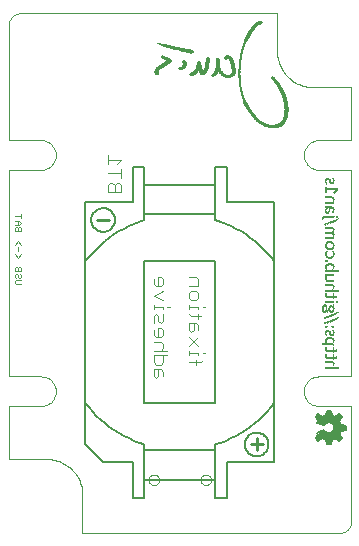
<source format=gbo>
G75*
G70*
%OFA0B0*%
%FSLAX24Y24*%
%IPPOS*%
%LPD*%
%AMOC8*
5,1,8,0,0,1.08239X$1,22.5*
%
%ADD10C,0.0040*%
%ADD11C,0.0000*%
%ADD12C,0.0050*%
%ADD13C,0.0098*%
%ADD14R,0.0003X0.0003*%
%ADD15R,0.0008X0.0003*%
%ADD16R,0.0005X0.0003*%
%ADD17R,0.0015X0.0003*%
%ADD18R,0.0020X0.0003*%
%ADD19R,0.0010X0.0003*%
%ADD20R,0.0018X0.0003*%
%ADD21R,0.0067X0.0003*%
%ADD22R,0.0013X0.0003*%
%ADD23R,0.0045X0.0003*%
%ADD24R,0.0077X0.0003*%
%ADD25R,0.0030X0.0003*%
%ADD26R,0.0032X0.0003*%
%ADD27R,0.0022X0.0003*%
%ADD28R,0.0127X0.0003*%
%ADD29R,0.0140X0.0003*%
%ADD30R,0.0025X0.0003*%
%ADD31R,0.0043X0.0003*%
%ADD32R,0.0053X0.0003*%
%ADD33R,0.0088X0.0003*%
%ADD34R,0.0035X0.0003*%
%ADD35R,0.0055X0.0003*%
%ADD36R,0.0040X0.0003*%
%ADD37R,0.0080X0.0003*%
%ADD38R,0.0065X0.0003*%
%ADD39R,0.0090X0.0003*%
%ADD40R,0.0143X0.0003*%
%ADD41R,0.0248X0.0003*%
%ADD42R,0.0293X0.0003*%
%ADD43R,0.0257X0.0003*%
%ADD44R,0.0037X0.0003*%
%ADD45R,0.0262X0.0003*%
%ADD46R,0.0027X0.0003*%
%ADD47R,0.0280X0.0003*%
%ADD48R,0.0070X0.0003*%
%ADD49R,0.0440X0.0003*%
%ADD50R,0.0315X0.0003*%
%ADD51R,0.0085X0.0003*%
%ADD52R,0.0330X0.0003*%
%ADD53R,0.0323X0.0003*%
%ADD54R,0.0107X0.0003*%
%ADD55R,0.0057X0.0003*%
%ADD56R,0.0490X0.0003*%
%ADD57R,0.0360X0.0003*%
%ADD58R,0.0512X0.0003*%
%ADD59R,0.0390X0.0003*%
%ADD60R,0.0565X0.0003*%
%ADD61R,0.0325X0.0003*%
%ADD62R,0.0168X0.0003*%
%ADD63R,0.0307X0.0003*%
%ADD64R,0.0152X0.0003*%
%ADD65R,0.0272X0.0003*%
%ADD66R,0.0132X0.0003*%
%ADD67R,0.0147X0.0003*%
%ADD68R,0.0243X0.0003*%
%ADD69R,0.0125X0.0003*%
%ADD70R,0.0240X0.0003*%
%ADD71R,0.0130X0.0003*%
%ADD72R,0.0225X0.0003*%
%ADD73R,0.0083X0.0003*%
%ADD74R,0.0222X0.0003*%
%ADD75R,0.0217X0.0003*%
%ADD76R,0.0120X0.0003*%
%ADD77R,0.0215X0.0003*%
%ADD78R,0.0118X0.0003*%
%ADD79R,0.0205X0.0003*%
%ADD80R,0.0103X0.0003*%
%ADD81R,0.0210X0.0003*%
%ADD82R,0.0097X0.0003*%
%ADD83R,0.0198X0.0003*%
%ADD84R,0.0100X0.0003*%
%ADD85R,0.0190X0.0003*%
%ADD86R,0.0187X0.0003*%
%ADD87R,0.0192X0.0003*%
%ADD88R,0.0170X0.0003*%
%ADD89R,0.0173X0.0003*%
%ADD90R,0.0182X0.0003*%
%ADD91R,0.0180X0.0003*%
%ADD92R,0.0047X0.0003*%
%ADD93R,0.0165X0.0003*%
%ADD94R,0.0163X0.0003*%
%ADD95R,0.0160X0.0003*%
%ADD96R,0.0158X0.0003*%
%ADD97R,0.0155X0.0003*%
%ADD98R,0.0092X0.0003*%
%ADD99R,0.0150X0.0003*%
%ADD100R,0.0105X0.0003*%
%ADD101R,0.0115X0.0003*%
%ADD102R,0.0145X0.0003*%
%ADD103R,0.0138X0.0003*%
%ADD104R,0.0135X0.0003*%
%ADD105R,0.0075X0.0003*%
%ADD106R,0.0063X0.0003*%
%ADD107R,0.0060X0.0003*%
%ADD108R,0.0050X0.0003*%
%ADD109R,0.0123X0.0003*%
%ADD110R,0.0112X0.0003*%
%ADD111R,0.0110X0.0003*%
%ADD112R,0.0073X0.0003*%
%ADD113R,0.0095X0.0003*%
%ADD114R,0.0185X0.0003*%
%ADD115R,0.0208X0.0003*%
%ADD116R,0.0235X0.0003*%
%ADD117R,0.0260X0.0003*%
%ADD118R,0.0267X0.0003*%
%ADD119R,0.0283X0.0003*%
%ADD120R,0.0295X0.0003*%
%ADD121R,0.0302X0.0003*%
%ADD122R,0.0320X0.0003*%
%ADD123R,0.0333X0.0003*%
%ADD124R,0.0338X0.0003*%
%ADD125R,0.0343X0.0003*%
%ADD126R,0.0350X0.0003*%
%ADD127R,0.0355X0.0003*%
%ADD128R,0.0365X0.0003*%
%ADD129R,0.0370X0.0003*%
%ADD130R,0.0375X0.0003*%
%ADD131R,0.0380X0.0003*%
%ADD132R,0.0382X0.0003*%
%ADD133R,0.0393X0.0003*%
%ADD134R,0.0398X0.0003*%
%ADD135R,0.0403X0.0003*%
%ADD136R,0.0405X0.0003*%
%ADD137R,0.0415X0.0003*%
%ADD138R,0.0177X0.0003*%
%ADD139R,0.0175X0.0003*%
%ADD140R,0.0195X0.0003*%
%ADD141R,0.0200X0.0003*%
%ADD142R,0.0203X0.0003*%
%ADD143R,0.0213X0.0003*%
%ADD144R,0.0220X0.0003*%
%ADD145R,0.0227X0.0003*%
%ADD146R,0.0230X0.0003*%
%ADD147R,0.0232X0.0003*%
%ADD148R,0.0238X0.0003*%
%ADD149R,0.0245X0.0003*%
%ADD150R,0.0250X0.0003*%
%ADD151R,0.0253X0.0003*%
%ADD152R,0.0255X0.0003*%
%ADD153R,0.0305X0.0003*%
%ADD154R,0.0318X0.0003*%
%ADD155R,0.0328X0.0003*%
%ADD156R,0.0335X0.0003*%
%ADD157R,0.0340X0.0003*%
%ADD158R,0.0352X0.0003*%
%ADD159R,0.0387X0.0003*%
%ADD160R,0.0410X0.0003*%
%ADD161R,0.0413X0.0003*%
%ADD162R,0.0430X0.0003*%
%ADD163R,0.0432X0.0003*%
%ADD164R,0.0428X0.0003*%
%ADD165R,0.0420X0.0003*%
%ADD166R,0.0435X0.0003*%
%ADD167R,0.0425X0.0003*%
%ADD168R,0.0423X0.0003*%
%ADD169R,0.0418X0.0003*%
%ADD170R,0.0372X0.0003*%
%ADD171R,0.0362X0.0003*%
%ADD172R,0.0348X0.0003*%
%ADD173R,0.0345X0.0003*%
%ADD174R,0.0310X0.0003*%
%ADD175R,0.0300X0.0003*%
%ADD176R,0.0297X0.0003*%
%ADD177R,0.0285X0.0003*%
%ADD178R,0.0278X0.0003*%
%ADD179R,0.0265X0.0003*%
%ADD180R,0.0010X0.0050*%
%ADD181R,0.0010X0.0040*%
%ADD182R,0.0010X0.0130*%
%ADD183R,0.0010X0.0070*%
%ADD184R,0.0010X0.0180*%
%ADD185R,0.0010X0.0080*%
%ADD186R,0.0010X0.0210*%
%ADD187R,0.0010X0.0090*%
%ADD188R,0.0010X0.0060*%
%ADD189R,0.0010X0.0010*%
%ADD190R,0.0010X0.0030*%
%ADD191R,0.0010X0.0020*%
%ADD192R,0.0010X0.0220*%
%ADD193R,0.0010X0.0100*%
%ADD194R,0.0010X0.0110*%
%ADD195R,0.0010X0.0120*%
%ADD196R,0.0010X0.0140*%
%ADD197R,0.0010X0.0150*%
%ADD198R,0.0010X0.0200*%
%ADD199R,0.0010X0.0170*%
%ADD200R,0.0010X0.0190*%
%ADD201R,0.0010X0.0160*%
%ADD202C,0.0060*%
D10*
X002678Y009175D02*
X002645Y009209D01*
X002645Y009275D01*
X002678Y009309D01*
X002845Y009309D01*
X002812Y009396D02*
X002778Y009396D01*
X002745Y009430D01*
X002745Y009496D01*
X002712Y009530D01*
X002678Y009530D01*
X002645Y009496D01*
X002645Y009430D01*
X002678Y009396D01*
X002812Y009396D02*
X002845Y009430D01*
X002845Y009496D01*
X002812Y009530D01*
X002845Y009617D02*
X002845Y009717D01*
X002812Y009751D01*
X002778Y009751D01*
X002745Y009717D01*
X002745Y009617D01*
X002645Y009617D02*
X002645Y009717D01*
X002678Y009751D01*
X002712Y009751D01*
X002745Y009717D01*
X002645Y009617D02*
X002845Y009617D01*
X002845Y009175D02*
X002678Y009175D01*
X002745Y010059D02*
X002645Y010193D01*
X002745Y010280D02*
X002745Y010414D01*
X002645Y010501D02*
X002745Y010635D01*
X002845Y010501D01*
X002845Y010193D02*
X002745Y010059D01*
X002745Y010943D02*
X002745Y011043D01*
X002712Y011077D01*
X002678Y011077D01*
X002645Y011043D01*
X002645Y010943D01*
X002845Y010943D01*
X002845Y011043D01*
X002812Y011077D01*
X002778Y011077D01*
X002745Y011043D01*
X002745Y011164D02*
X002745Y011298D01*
X002778Y011298D02*
X002645Y011298D01*
X002778Y011298D02*
X002845Y011231D01*
X002778Y011164D01*
X002645Y011164D01*
X002645Y011452D02*
X002845Y011452D01*
X002845Y011385D02*
X002845Y011519D01*
X005732Y012262D02*
X005732Y012492D01*
X005808Y012569D01*
X005885Y012569D01*
X005962Y012492D01*
X005962Y012262D01*
X005962Y012492D02*
X006038Y012569D01*
X006115Y012569D01*
X006192Y012492D01*
X006192Y012262D01*
X005732Y012262D01*
X005732Y012876D02*
X006192Y012876D01*
X006192Y013029D02*
X006192Y012722D01*
X006038Y013183D02*
X006192Y013336D01*
X005732Y013336D01*
X005732Y013183D02*
X005732Y013490D01*
X007417Y009415D02*
X007417Y009109D01*
X007493Y009109D02*
X007340Y009109D01*
X007263Y009185D01*
X007263Y009339D01*
X007417Y009415D02*
X007493Y009415D01*
X007570Y009339D01*
X007570Y009185D01*
X007493Y009109D01*
X007570Y008955D02*
X007263Y008802D01*
X007570Y008648D01*
X007570Y008418D02*
X007263Y008418D01*
X007263Y008341D02*
X007263Y008495D01*
X007340Y008188D02*
X007417Y008111D01*
X007417Y007958D01*
X007493Y007881D01*
X007570Y007958D01*
X007570Y008188D01*
X007570Y008341D02*
X007570Y008418D01*
X007340Y008188D02*
X007263Y008111D01*
X007263Y007881D01*
X007417Y007727D02*
X007417Y007420D01*
X007493Y007420D02*
X007340Y007420D01*
X007263Y007497D01*
X007263Y007651D01*
X007417Y007727D02*
X007493Y007727D01*
X007570Y007651D01*
X007570Y007497D01*
X007493Y007420D01*
X007493Y007267D02*
X007263Y007267D01*
X007493Y007267D02*
X007570Y007190D01*
X007570Y007037D01*
X007493Y006960D01*
X007570Y006807D02*
X007570Y006576D01*
X007493Y006500D01*
X007340Y006500D01*
X007263Y006576D01*
X007263Y006807D01*
X007723Y006807D01*
X007723Y006960D02*
X007263Y006960D01*
X007263Y006346D02*
X007263Y006116D01*
X007340Y006039D01*
X007417Y006116D01*
X007417Y006346D01*
X007493Y006346D02*
X007570Y006269D01*
X007570Y006116D01*
X007493Y006346D02*
X007263Y006346D01*
X008444Y006576D02*
X008828Y006576D01*
X008905Y006653D01*
X008751Y006807D02*
X008751Y006883D01*
X008444Y006883D01*
X008444Y006807D02*
X008444Y006960D01*
X008444Y007114D02*
X008751Y007420D01*
X008751Y007651D02*
X008751Y007804D01*
X008674Y007881D01*
X008444Y007881D01*
X008444Y007651D01*
X008521Y007574D01*
X008598Y007651D01*
X008598Y007881D01*
X008751Y008034D02*
X008751Y008188D01*
X008828Y008111D02*
X008521Y008111D01*
X008444Y008188D01*
X008444Y008341D02*
X008444Y008495D01*
X008444Y008418D02*
X008751Y008418D01*
X008751Y008341D01*
X008905Y008418D02*
X008981Y008418D01*
X008751Y008725D02*
X008674Y008648D01*
X008521Y008648D01*
X008444Y008725D01*
X008444Y008878D01*
X008521Y008955D01*
X008674Y008955D01*
X008751Y008878D01*
X008751Y008725D01*
X008751Y009109D02*
X008444Y009109D01*
X008444Y009415D02*
X008674Y009415D01*
X008751Y009339D01*
X008751Y009109D01*
X007800Y008418D02*
X007723Y008418D01*
X008444Y007420D02*
X008751Y007114D01*
X008905Y006883D02*
X008981Y006883D01*
X008674Y006653D02*
X008674Y006500D01*
D11*
X003708Y003348D02*
X002428Y003348D01*
X002428Y005120D01*
X003511Y005120D01*
X003554Y005122D01*
X003596Y005127D01*
X003638Y005137D01*
X003679Y005150D01*
X003719Y005166D01*
X003757Y005186D01*
X003793Y005209D01*
X003827Y005235D01*
X003859Y005264D01*
X003888Y005296D01*
X003914Y005330D01*
X003937Y005366D01*
X003957Y005404D01*
X003973Y005444D01*
X003986Y005485D01*
X003996Y005527D01*
X004001Y005569D01*
X004003Y005612D01*
X004001Y005655D01*
X003996Y005697D01*
X003986Y005739D01*
X003973Y005780D01*
X003957Y005820D01*
X003937Y005858D01*
X003914Y005894D01*
X003888Y005928D01*
X003859Y005960D01*
X003827Y005989D01*
X003793Y006015D01*
X003757Y006038D01*
X003719Y006058D01*
X003679Y006074D01*
X003638Y006087D01*
X003596Y006097D01*
X003554Y006102D01*
X003511Y006104D01*
X002428Y006104D01*
X002428Y012994D01*
X003511Y012994D01*
X003554Y012996D01*
X003596Y013001D01*
X003638Y013011D01*
X003679Y013024D01*
X003719Y013040D01*
X003757Y013060D01*
X003793Y013083D01*
X003827Y013109D01*
X003859Y013138D01*
X003888Y013170D01*
X003914Y013204D01*
X003937Y013240D01*
X003957Y013278D01*
X003973Y013318D01*
X003986Y013359D01*
X003996Y013401D01*
X004001Y013443D01*
X004003Y013486D01*
X004001Y013529D01*
X003996Y013571D01*
X003986Y013613D01*
X003973Y013654D01*
X003957Y013694D01*
X003937Y013732D01*
X003914Y013768D01*
X003888Y013802D01*
X003859Y013834D01*
X003827Y013863D01*
X003793Y013889D01*
X003757Y013912D01*
X003719Y013932D01*
X003679Y013948D01*
X003638Y013961D01*
X003596Y013971D01*
X003554Y013976D01*
X003511Y013978D01*
X002428Y013978D01*
X002428Y017817D01*
X002430Y017856D01*
X002436Y017894D01*
X002445Y017931D01*
X002458Y017968D01*
X002475Y018003D01*
X002494Y018036D01*
X002517Y018067D01*
X002543Y018096D01*
X002572Y018122D01*
X002603Y018145D01*
X002636Y018164D01*
X002671Y018181D01*
X002708Y018194D01*
X002745Y018203D01*
X002783Y018209D01*
X002822Y018211D01*
X002822Y018210D02*
X011385Y018210D01*
X011385Y016931D01*
X011387Y016865D01*
X011392Y016799D01*
X011402Y016733D01*
X011415Y016668D01*
X011431Y016604D01*
X011451Y016541D01*
X011475Y016479D01*
X011502Y016419D01*
X011532Y016360D01*
X011566Y016303D01*
X011603Y016248D01*
X011643Y016195D01*
X011685Y016144D01*
X011731Y016096D01*
X011779Y016050D01*
X011830Y016008D01*
X011883Y015968D01*
X011938Y015931D01*
X011995Y015897D01*
X012054Y015867D01*
X012114Y015840D01*
X012176Y015816D01*
X012239Y015796D01*
X012303Y015780D01*
X012368Y015767D01*
X012434Y015757D01*
X012500Y015752D01*
X012566Y015750D01*
X013845Y015750D01*
X013845Y013978D01*
X012763Y013978D01*
X012720Y013976D01*
X012678Y013971D01*
X012636Y013961D01*
X012595Y013948D01*
X012555Y013932D01*
X012517Y013912D01*
X012481Y013889D01*
X012447Y013863D01*
X012415Y013834D01*
X012386Y013802D01*
X012360Y013768D01*
X012337Y013732D01*
X012317Y013694D01*
X012301Y013654D01*
X012288Y013613D01*
X012278Y013571D01*
X012273Y013529D01*
X012271Y013486D01*
X012273Y013443D01*
X012278Y013401D01*
X012288Y013359D01*
X012301Y013318D01*
X012317Y013278D01*
X012337Y013240D01*
X012360Y013204D01*
X012386Y013170D01*
X012415Y013138D01*
X012447Y013109D01*
X012481Y013083D01*
X012517Y013060D01*
X012555Y013040D01*
X012595Y013024D01*
X012636Y013011D01*
X012678Y013001D01*
X012720Y012996D01*
X012763Y012994D01*
X013845Y012994D01*
X013845Y006104D01*
X012763Y006104D01*
X012720Y006102D01*
X012678Y006097D01*
X012636Y006087D01*
X012595Y006074D01*
X012555Y006058D01*
X012517Y006038D01*
X012481Y006015D01*
X012447Y005989D01*
X012415Y005960D01*
X012386Y005928D01*
X012360Y005894D01*
X012337Y005858D01*
X012317Y005820D01*
X012301Y005780D01*
X012288Y005739D01*
X012278Y005697D01*
X012273Y005655D01*
X012271Y005612D01*
X012273Y005569D01*
X012278Y005527D01*
X012288Y005485D01*
X012301Y005444D01*
X012317Y005404D01*
X012337Y005366D01*
X012360Y005330D01*
X012386Y005296D01*
X012415Y005264D01*
X012447Y005235D01*
X012481Y005209D01*
X012517Y005186D01*
X012555Y005166D01*
X012595Y005150D01*
X012636Y005137D01*
X012678Y005127D01*
X012720Y005122D01*
X012763Y005120D01*
X013845Y005120D01*
X013845Y001281D01*
X013846Y001281D02*
X013844Y001242D01*
X013838Y001204D01*
X013829Y001167D01*
X013816Y001130D01*
X013799Y001095D01*
X013780Y001062D01*
X013757Y001031D01*
X013731Y001002D01*
X013702Y000976D01*
X013671Y000953D01*
X013638Y000934D01*
X013603Y000917D01*
X013566Y000904D01*
X013529Y000895D01*
X013491Y000889D01*
X013452Y000887D01*
X013452Y000888D02*
X004889Y000888D01*
X004889Y002167D01*
X004887Y002233D01*
X004882Y002299D01*
X004872Y002365D01*
X004859Y002430D01*
X004843Y002494D01*
X004823Y002557D01*
X004799Y002619D01*
X004772Y002679D01*
X004742Y002738D01*
X004708Y002795D01*
X004671Y002850D01*
X004631Y002903D01*
X004589Y002954D01*
X004543Y003002D01*
X004495Y003048D01*
X004444Y003090D01*
X004391Y003130D01*
X004336Y003167D01*
X004279Y003201D01*
X004220Y003231D01*
X004160Y003258D01*
X004098Y003282D01*
X004035Y003302D01*
X003971Y003318D01*
X003906Y003331D01*
X003840Y003341D01*
X003774Y003346D01*
X003708Y003348D01*
X007094Y002659D02*
X007096Y002685D01*
X007102Y002711D01*
X007112Y002736D01*
X007125Y002759D01*
X007141Y002779D01*
X007161Y002797D01*
X007183Y002812D01*
X007206Y002824D01*
X007232Y002832D01*
X007258Y002836D01*
X007284Y002836D01*
X007310Y002832D01*
X007336Y002824D01*
X007360Y002812D01*
X007381Y002797D01*
X007401Y002779D01*
X007417Y002759D01*
X007430Y002736D01*
X007440Y002711D01*
X007446Y002685D01*
X007448Y002659D01*
X007446Y002633D01*
X007440Y002607D01*
X007430Y002582D01*
X007417Y002559D01*
X007401Y002539D01*
X007381Y002521D01*
X007359Y002506D01*
X007336Y002494D01*
X007310Y002486D01*
X007284Y002482D01*
X007258Y002482D01*
X007232Y002486D01*
X007206Y002494D01*
X007182Y002506D01*
X007161Y002521D01*
X007141Y002539D01*
X007125Y002559D01*
X007112Y002582D01*
X007102Y002607D01*
X007096Y002633D01*
X007094Y002659D01*
X008826Y002659D02*
X008828Y002685D01*
X008834Y002711D01*
X008844Y002736D01*
X008857Y002759D01*
X008873Y002779D01*
X008893Y002797D01*
X008915Y002812D01*
X008938Y002824D01*
X008964Y002832D01*
X008990Y002836D01*
X009016Y002836D01*
X009042Y002832D01*
X009068Y002824D01*
X009092Y002812D01*
X009113Y002797D01*
X009133Y002779D01*
X009149Y002759D01*
X009162Y002736D01*
X009172Y002711D01*
X009178Y002685D01*
X009180Y002659D01*
X009178Y002633D01*
X009172Y002607D01*
X009162Y002582D01*
X009149Y002559D01*
X009133Y002539D01*
X009113Y002521D01*
X009091Y002506D01*
X009068Y002494D01*
X009042Y002486D01*
X009016Y002482D01*
X008990Y002482D01*
X008964Y002486D01*
X008938Y002494D01*
X008914Y002506D01*
X008893Y002521D01*
X008873Y002539D01*
X008857Y002559D01*
X008844Y002582D01*
X008834Y002607D01*
X008828Y002633D01*
X008826Y002659D01*
D12*
X009318Y002659D02*
X009318Y002069D01*
X009712Y002069D01*
X009712Y003250D01*
X011286Y003250D01*
X011286Y005218D01*
X011286Y009943D01*
X011286Y011911D01*
X009712Y011911D01*
X009712Y013092D01*
X009318Y013092D01*
X009318Y012502D01*
X006956Y012502D01*
X006956Y013092D01*
X006562Y013092D01*
X006562Y011911D01*
X004987Y011911D01*
X004987Y009943D01*
X004987Y005218D01*
X004987Y003840D01*
X005578Y003250D01*
X006562Y003250D01*
X006562Y002069D01*
X006956Y002069D01*
X006956Y002659D01*
X009318Y002659D01*
X009318Y003643D01*
X006956Y003643D01*
X006956Y002659D01*
X006956Y003643D02*
X006956Y003840D01*
X006956Y005218D02*
X006956Y009943D01*
X009318Y009943D01*
X009318Y005218D01*
X006956Y005218D01*
X006956Y003840D02*
X006777Y003899D01*
X006602Y003967D01*
X006430Y004043D01*
X006262Y004127D01*
X006098Y004220D01*
X005939Y004320D01*
X005785Y004428D01*
X005637Y004543D01*
X005494Y004665D01*
X005357Y004794D01*
X005227Y004929D01*
X005103Y005071D01*
X004987Y005218D01*
X004987Y009942D02*
X005104Y010089D01*
X005228Y010230D01*
X005359Y010365D01*
X005496Y010494D01*
X005638Y010616D01*
X005787Y010731D01*
X005941Y010839D01*
X006100Y010939D01*
X006263Y011031D01*
X006431Y011116D01*
X006602Y011192D01*
X006777Y011261D01*
X006956Y011320D01*
X006956Y011321D02*
X006956Y011517D01*
X009318Y011517D01*
X009318Y011321D01*
X009318Y011517D02*
X009318Y012502D01*
X006956Y012502D02*
X006956Y011517D01*
X005184Y011321D02*
X005186Y011360D01*
X005192Y011399D01*
X005202Y011437D01*
X005215Y011474D01*
X005232Y011509D01*
X005252Y011543D01*
X005276Y011574D01*
X005303Y011603D01*
X005332Y011629D01*
X005364Y011652D01*
X005398Y011672D01*
X005434Y011688D01*
X005471Y011700D01*
X005510Y011709D01*
X005549Y011714D01*
X005588Y011715D01*
X005627Y011712D01*
X005666Y011705D01*
X005703Y011694D01*
X005740Y011680D01*
X005775Y011662D01*
X005808Y011641D01*
X005839Y011616D01*
X005867Y011589D01*
X005892Y011559D01*
X005914Y011526D01*
X005933Y011492D01*
X005948Y011456D01*
X005960Y011418D01*
X005968Y011380D01*
X005972Y011341D01*
X005972Y011301D01*
X005968Y011262D01*
X005960Y011224D01*
X005948Y011186D01*
X005933Y011150D01*
X005914Y011116D01*
X005892Y011083D01*
X005867Y011053D01*
X005839Y011026D01*
X005808Y011001D01*
X005775Y010980D01*
X005740Y010962D01*
X005703Y010948D01*
X005666Y010937D01*
X005627Y010930D01*
X005588Y010927D01*
X005549Y010928D01*
X005510Y010933D01*
X005471Y010942D01*
X005434Y010954D01*
X005398Y010970D01*
X005364Y010990D01*
X005332Y011013D01*
X005303Y011039D01*
X005276Y011068D01*
X005252Y011099D01*
X005232Y011133D01*
X005215Y011168D01*
X005202Y011205D01*
X005192Y011243D01*
X005186Y011282D01*
X005184Y011321D01*
X009318Y003840D02*
X009496Y003901D01*
X009671Y003970D01*
X009842Y004047D01*
X010009Y004132D01*
X010173Y004224D01*
X010331Y004325D01*
X010485Y004432D01*
X010634Y004547D01*
X010777Y004669D01*
X010914Y004797D01*
X011045Y004932D01*
X011169Y005072D01*
X011287Y005218D01*
X010302Y003840D02*
X010304Y003879D01*
X010310Y003918D01*
X010320Y003956D01*
X010333Y003993D01*
X010350Y004028D01*
X010370Y004062D01*
X010394Y004093D01*
X010421Y004122D01*
X010450Y004148D01*
X010482Y004171D01*
X010516Y004191D01*
X010552Y004207D01*
X010589Y004219D01*
X010628Y004228D01*
X010667Y004233D01*
X010706Y004234D01*
X010745Y004231D01*
X010784Y004224D01*
X010821Y004213D01*
X010858Y004199D01*
X010893Y004181D01*
X010926Y004160D01*
X010957Y004135D01*
X010985Y004108D01*
X011010Y004078D01*
X011032Y004045D01*
X011051Y004011D01*
X011066Y003975D01*
X011078Y003937D01*
X011086Y003899D01*
X011090Y003860D01*
X011090Y003820D01*
X011086Y003781D01*
X011078Y003743D01*
X011066Y003705D01*
X011051Y003669D01*
X011032Y003635D01*
X011010Y003602D01*
X010985Y003572D01*
X010957Y003545D01*
X010926Y003520D01*
X010893Y003499D01*
X010858Y003481D01*
X010821Y003467D01*
X010784Y003456D01*
X010745Y003449D01*
X010706Y003446D01*
X010667Y003447D01*
X010628Y003452D01*
X010589Y003461D01*
X010552Y003473D01*
X010516Y003489D01*
X010482Y003509D01*
X010450Y003532D01*
X010421Y003558D01*
X010394Y003587D01*
X010370Y003618D01*
X010350Y003652D01*
X010333Y003687D01*
X010320Y003724D01*
X010310Y003762D01*
X010304Y003801D01*
X010302Y003840D01*
X009318Y003840D02*
X009318Y003643D01*
X011286Y009942D02*
X011169Y010089D01*
X011045Y010230D01*
X010914Y010365D01*
X010777Y010494D01*
X010635Y010616D01*
X010486Y010731D01*
X010332Y010839D01*
X010173Y010939D01*
X010010Y011031D01*
X009842Y011116D01*
X009671Y011192D01*
X009496Y011261D01*
X009317Y011320D01*
D13*
X005775Y011321D02*
X005381Y011321D01*
X010696Y004037D02*
X010696Y003643D01*
X010499Y003840D02*
X010893Y003840D01*
D14*
X011284Y014371D03*
X011284Y014373D03*
X011284Y014376D03*
X011284Y014381D03*
X011284Y014386D03*
X011277Y014381D03*
X011277Y014378D03*
X011277Y014376D03*
X011269Y014381D03*
X011272Y014391D03*
X011267Y014393D03*
X011264Y014396D03*
X011257Y014403D03*
X011252Y014401D03*
X011247Y014401D03*
X011244Y014403D03*
X011239Y014401D03*
X011232Y014393D03*
X011234Y014391D03*
X011234Y014388D03*
X011237Y014381D03*
X011227Y014393D03*
X011227Y014396D03*
X011222Y014403D03*
X011222Y014406D03*
X011217Y014401D03*
X011212Y014403D03*
X011209Y014398D03*
X011204Y014391D03*
X011197Y014391D03*
X011194Y014396D03*
X011194Y014403D03*
X011189Y014403D03*
X011182Y014403D03*
X011179Y014406D03*
X011184Y014411D03*
X011177Y014413D03*
X011177Y014416D03*
X011169Y014416D03*
X011164Y014411D03*
X011157Y014411D03*
X011162Y014418D03*
X011177Y014426D03*
X011177Y014428D03*
X011197Y014413D03*
X011202Y014413D03*
X011207Y014411D03*
X011199Y014403D03*
X011184Y014388D03*
X011174Y014393D03*
X011172Y014391D03*
X011169Y014393D03*
X011164Y014393D03*
X011164Y014396D03*
X011169Y014398D03*
X011149Y014406D03*
X011144Y014406D03*
X011139Y014403D03*
X011137Y014401D03*
X011134Y014411D03*
X011142Y014416D03*
X011127Y014423D03*
X011124Y014418D03*
X011119Y014418D03*
X011117Y014416D03*
X011112Y014413D03*
X011114Y014408D03*
X011114Y014406D03*
X011119Y014401D03*
X011112Y014396D03*
X011107Y014411D03*
X011099Y014411D03*
X011089Y014411D03*
X011089Y014416D03*
X011087Y014418D03*
X011079Y014421D03*
X011074Y014418D03*
X011074Y014411D03*
X011067Y014411D03*
X011059Y014406D03*
X011057Y014408D03*
X011054Y014413D03*
X011057Y014416D03*
X011052Y014418D03*
X011049Y014423D03*
X011044Y014423D03*
X011044Y014418D03*
X011044Y014416D03*
X011047Y014413D03*
X011049Y014411D03*
X011037Y014413D03*
X011034Y014416D03*
X011024Y014418D03*
X011022Y014421D03*
X011017Y014418D03*
X011004Y014421D03*
X011002Y014426D03*
X011004Y014433D03*
X011004Y014436D03*
X011002Y014438D03*
X010997Y014438D03*
X010999Y014433D03*
X010989Y014436D03*
X010989Y014438D03*
X010984Y014441D03*
X010982Y014443D03*
X010979Y014446D03*
X010977Y014448D03*
X010977Y014451D03*
X010974Y014453D03*
X010972Y014451D03*
X010967Y014451D03*
X010974Y014446D03*
X010987Y014451D03*
X011002Y014446D03*
X011012Y014441D03*
X011012Y014431D03*
X011032Y014428D03*
X011037Y014426D03*
X011057Y014426D03*
X011062Y014421D03*
X011082Y014408D03*
X011084Y014406D03*
X011099Y014421D03*
X011097Y014428D03*
X011132Y014391D03*
X011144Y014393D03*
X011149Y014463D03*
X011164Y014461D03*
X011172Y014458D03*
X011207Y014461D03*
X011219Y014461D03*
X011249Y014396D03*
X011254Y014391D03*
X011257Y014386D03*
X011282Y014396D03*
X011282Y014401D03*
X011287Y014401D03*
X011287Y014398D03*
X011292Y014398D03*
X011292Y014401D03*
X011289Y014393D03*
X011294Y014391D03*
X011299Y014386D03*
X011294Y014383D03*
X011307Y014381D03*
X011312Y014383D03*
X011317Y014391D03*
X011322Y014386D03*
X011322Y014383D03*
X011324Y014388D03*
X011329Y014381D03*
X011337Y014383D03*
X011342Y014383D03*
X011344Y014381D03*
X011337Y014376D03*
X011324Y014371D03*
X011354Y014381D03*
X011359Y014383D03*
X011362Y014381D03*
X011364Y014386D03*
X011369Y014383D03*
X011372Y014386D03*
X011374Y014383D03*
X011374Y014376D03*
X011367Y014378D03*
X011384Y014391D03*
X011389Y014391D03*
X011397Y014388D03*
X011404Y014391D03*
X011409Y014391D03*
X011417Y014396D03*
X011417Y014401D03*
X011422Y014396D03*
X011429Y014396D03*
X011434Y014398D03*
X011439Y014401D03*
X011437Y014408D03*
X011452Y014411D03*
X011474Y014413D03*
X011474Y014416D03*
X011482Y014421D03*
X011487Y014428D03*
X011494Y014428D03*
X011494Y014426D03*
X011507Y014441D03*
X011504Y014443D03*
X011507Y014446D03*
X011532Y014443D03*
X011382Y014416D03*
X011389Y014381D03*
X010999Y014461D03*
X010979Y014468D03*
X010977Y014471D03*
X010957Y014463D03*
X010957Y014461D03*
X010954Y014466D03*
X010952Y014468D03*
X010949Y014466D03*
X010944Y014466D03*
X010937Y014473D03*
X010934Y014476D03*
X010942Y014478D03*
X010949Y014481D03*
X010944Y014486D03*
X010942Y014488D03*
X010937Y014488D03*
X010932Y014491D03*
X010929Y014493D03*
X010927Y014496D03*
X010927Y014498D03*
X010922Y014498D03*
X010922Y014493D03*
X010924Y014491D03*
X010924Y014488D03*
X010922Y014486D03*
X010919Y014488D03*
X010914Y014488D03*
X010909Y014491D03*
X010909Y014476D03*
X010919Y014471D03*
X010929Y014486D03*
X010932Y014501D03*
X010937Y014501D03*
X010942Y014501D03*
X010937Y014508D03*
X010944Y014511D03*
X010939Y014516D03*
X010927Y014518D03*
X010919Y014508D03*
X010919Y014506D03*
X010919Y014503D03*
X010909Y014511D03*
X010907Y014508D03*
X010902Y014508D03*
X010902Y014513D03*
X010897Y014513D03*
X010892Y014513D03*
X010887Y014506D03*
X010882Y014503D03*
X010884Y014501D03*
X010877Y014503D03*
X010877Y014506D03*
X010877Y014508D03*
X010872Y014501D03*
X010867Y014501D03*
X010867Y014498D03*
X010862Y014496D03*
X010862Y014503D03*
X010862Y014506D03*
X010869Y014513D03*
X010869Y014516D03*
X010859Y014523D03*
X010854Y014521D03*
X010857Y014516D03*
X010852Y014513D03*
X010844Y014516D03*
X010844Y014518D03*
X010839Y014521D03*
X010837Y014523D03*
X010837Y014528D03*
X010832Y014528D03*
X010827Y014528D03*
X010842Y014531D03*
X010844Y014528D03*
X010849Y014531D03*
X010857Y014531D03*
X010864Y014536D03*
X010872Y014538D03*
X010892Y014546D03*
X010899Y014546D03*
X010907Y014536D03*
X010912Y014548D03*
X010922Y014546D03*
X010932Y014536D03*
X010937Y014536D03*
X010947Y014531D03*
X010947Y014528D03*
X010952Y014528D03*
X010964Y014523D03*
X010967Y014521D03*
X010979Y014516D03*
X010957Y014453D03*
X010887Y014486D03*
X010882Y014516D03*
X010842Y014511D03*
X010812Y014543D03*
X010804Y014551D03*
X010792Y014551D03*
X010787Y014551D03*
X010789Y014546D03*
X010792Y014543D03*
X010802Y014538D03*
X010777Y014551D03*
X010772Y014563D03*
X010767Y014563D03*
X010757Y014581D03*
X010752Y014578D03*
X010747Y014578D03*
X010744Y014583D03*
X010742Y014588D03*
X010737Y014588D03*
X010737Y014593D03*
X010732Y014598D03*
X010734Y014601D03*
X010734Y014606D03*
X010739Y014606D03*
X010732Y014621D03*
X010719Y014616D03*
X010717Y014608D03*
X010717Y014606D03*
X010719Y014603D03*
X010707Y014613D03*
X010709Y014623D03*
X010714Y014626D03*
X010714Y014628D03*
X010712Y014631D03*
X010707Y014641D03*
X010702Y014641D03*
X010702Y014638D03*
X010699Y014633D03*
X010699Y014643D03*
X010694Y014643D03*
X010694Y014646D03*
X010689Y014646D03*
X010694Y014653D03*
X010697Y014656D03*
X010699Y014653D03*
X010699Y014651D03*
X010704Y014653D03*
X010707Y014663D03*
X010699Y014666D03*
X010694Y014668D03*
X010694Y014663D03*
X010692Y014661D03*
X010687Y014671D03*
X010682Y014673D03*
X010679Y014681D03*
X010687Y014688D03*
X010684Y014691D03*
X010684Y014693D03*
X010689Y014693D03*
X010694Y014698D03*
X010699Y014698D03*
X010702Y014701D03*
X010702Y014703D03*
X010704Y014698D03*
X010704Y014711D03*
X010699Y014711D03*
X010692Y014718D03*
X010684Y014711D03*
X010679Y014718D03*
X010672Y014721D03*
X010667Y014721D03*
X010664Y014718D03*
X010664Y014716D03*
X010664Y014713D03*
X010664Y014711D03*
X010669Y014713D03*
X010674Y014703D03*
X010674Y014696D03*
X010669Y014691D03*
X010662Y014691D03*
X010662Y014693D03*
X010662Y014696D03*
X010664Y014701D03*
X010654Y014691D03*
X010659Y014683D03*
X010664Y014683D03*
X010667Y014676D03*
X010664Y014671D03*
X010654Y014666D03*
X010644Y014698D03*
X010647Y014703D03*
X010652Y014708D03*
X010657Y014713D03*
X010644Y014713D03*
X010639Y014713D03*
X010637Y014711D03*
X010637Y014708D03*
X010629Y014711D03*
X010627Y014708D03*
X010627Y014721D03*
X010627Y014723D03*
X010622Y014723D03*
X010617Y014726D03*
X010609Y014721D03*
X010607Y014723D03*
X010602Y014733D03*
X010607Y014736D03*
X010609Y014738D03*
X010604Y014741D03*
X010604Y014743D03*
X010604Y014746D03*
X010602Y014753D03*
X010607Y014761D03*
X010607Y014768D03*
X010604Y014778D03*
X010587Y014776D03*
X010577Y014776D03*
X010577Y014778D03*
X010572Y014778D03*
X010574Y014773D03*
X010577Y014771D03*
X010577Y014766D03*
X010574Y014763D03*
X010567Y014763D03*
X010564Y014771D03*
X010564Y014773D03*
X010567Y014776D03*
X010572Y014786D03*
X010577Y014786D03*
X010577Y014796D03*
X010569Y014793D03*
X010564Y014793D03*
X010564Y014791D03*
X010567Y014798D03*
X010567Y014808D03*
X010567Y014811D03*
X010567Y014816D03*
X010562Y014813D03*
X010562Y014811D03*
X010554Y014811D03*
X010554Y014806D03*
X010554Y014801D03*
X010547Y014808D03*
X010544Y014811D03*
X010539Y014806D03*
X010547Y014818D03*
X010549Y014821D03*
X010549Y014823D03*
X010547Y014826D03*
X010544Y014823D03*
X010537Y014823D03*
X010532Y014826D03*
X010537Y014833D03*
X010544Y014836D03*
X010547Y014831D03*
X010554Y014836D03*
X010557Y014831D03*
X010557Y014826D03*
X010569Y014846D03*
X010574Y014846D03*
X010557Y014858D03*
X010552Y014868D03*
X010552Y014871D03*
X010547Y014871D03*
X010542Y014873D03*
X010539Y014876D03*
X010534Y014883D03*
X010532Y014886D03*
X010524Y014883D03*
X010519Y014883D03*
X010517Y014888D03*
X010512Y014883D03*
X010512Y014878D03*
X010507Y014886D03*
X010499Y014883D03*
X010492Y014893D03*
X010487Y014891D03*
X010497Y014896D03*
X010502Y014898D03*
X010504Y014903D03*
X010494Y014903D03*
X010499Y014913D03*
X010494Y014918D03*
X010502Y014923D03*
X010507Y014921D03*
X010512Y014921D03*
X010517Y014921D03*
X010509Y014916D03*
X010514Y014901D03*
X010519Y014903D03*
X010524Y014903D03*
X010524Y014898D03*
X010532Y014908D03*
X010539Y014916D03*
X010532Y014921D03*
X010524Y014931D03*
X010522Y014938D03*
X010514Y014943D03*
X010514Y014946D03*
X010509Y014946D03*
X010509Y014936D03*
X010497Y014938D03*
X010492Y014938D03*
X010492Y014936D03*
X010494Y014931D03*
X010484Y014926D03*
X010482Y014921D03*
X010479Y014918D03*
X010482Y014916D03*
X010479Y014913D03*
X010472Y014906D03*
X010464Y014928D03*
X010462Y014931D03*
X010457Y014928D03*
X010469Y014933D03*
X010474Y014933D03*
X010479Y014933D03*
X010479Y014931D03*
X010474Y014941D03*
X010472Y014946D03*
X010467Y014946D03*
X010477Y014948D03*
X010474Y014961D03*
X010482Y014963D03*
X010499Y014961D03*
X010504Y014961D03*
X010509Y014958D03*
X010499Y014971D03*
X010489Y014981D03*
X010487Y014988D03*
X010459Y014971D03*
X010459Y014968D03*
X010454Y014968D03*
X010449Y014968D03*
X010449Y014963D03*
X010442Y014966D03*
X010439Y014963D03*
X010434Y014963D03*
X010432Y014968D03*
X010429Y014973D03*
X010432Y014976D03*
X010434Y014981D03*
X010432Y014983D03*
X010432Y014986D03*
X010437Y014986D03*
X010439Y014983D03*
X010444Y014983D03*
X010439Y014991D03*
X010427Y014983D03*
X010417Y014983D03*
X010417Y014986D03*
X010414Y014988D03*
X010412Y014986D03*
X010407Y014986D03*
X010402Y014988D03*
X010409Y014998D03*
X010414Y014998D03*
X010414Y015001D03*
X010412Y015003D03*
X010417Y015003D03*
X010414Y014993D03*
X010417Y014991D03*
X010407Y015006D03*
X010399Y015003D03*
X010392Y015013D03*
X010394Y015021D03*
X010392Y015023D03*
X010389Y015028D03*
X010392Y015031D03*
X010389Y015033D03*
X010382Y015033D03*
X010382Y015031D03*
X010382Y015038D03*
X010387Y015046D03*
X010387Y015051D03*
X010382Y015051D03*
X010377Y015051D03*
X010374Y015058D03*
X010379Y015066D03*
X010374Y015068D03*
X010372Y015071D03*
X010369Y015076D03*
X010364Y015081D03*
X010367Y015083D03*
X010367Y015091D03*
X010364Y015093D03*
X010372Y015093D03*
X010372Y015091D03*
X010384Y015093D03*
X010387Y015086D03*
X010379Y015073D03*
X010389Y015061D03*
X010362Y015068D03*
X010359Y015073D03*
X010352Y015078D03*
X010354Y015081D03*
X010352Y015083D03*
X010349Y015086D03*
X010354Y015088D03*
X010357Y015086D03*
X010354Y015096D03*
X010349Y015101D03*
X010347Y015098D03*
X010347Y015096D03*
X010334Y015116D03*
X010334Y015118D03*
X010332Y015123D03*
X010334Y015131D03*
X010332Y015133D03*
X010327Y015133D03*
X010327Y015141D03*
X010332Y015143D03*
X010322Y015146D03*
X010317Y015148D03*
X010317Y015151D03*
X010317Y015158D03*
X010309Y015161D03*
X010309Y015166D03*
X010304Y015166D03*
X010312Y015173D03*
X010294Y015181D03*
X010294Y015183D03*
X010297Y015186D03*
X010297Y015188D03*
X010289Y015211D03*
X010282Y015211D03*
X010282Y015213D03*
X010279Y015216D03*
X010277Y015221D03*
X010272Y015231D03*
X010369Y015206D03*
X010389Y015156D03*
X010372Y015148D03*
X010354Y015121D03*
X010364Y015113D03*
X010369Y015113D03*
X010394Y015118D03*
X010339Y015128D03*
X010319Y015138D03*
X010397Y015031D03*
X010399Y015023D03*
X010404Y015021D03*
X010409Y015021D03*
X010402Y015016D03*
X010427Y014958D03*
X010442Y014958D03*
X010442Y014956D03*
X010447Y014946D03*
X010454Y014951D03*
X010439Y014941D03*
X010439Y014938D03*
X010437Y014933D03*
X010449Y014973D03*
X010439Y015071D03*
X010527Y014878D03*
X010527Y014873D03*
X010522Y014873D03*
X010522Y014863D03*
X010517Y014856D03*
X010524Y014846D03*
X010519Y014841D03*
X010534Y014856D03*
X010532Y014861D03*
X010532Y014866D03*
X010542Y014851D03*
X010567Y014873D03*
X010557Y014883D03*
X010504Y014861D03*
X010609Y014818D03*
X010582Y014763D03*
X010584Y014756D03*
X010589Y014758D03*
X010577Y014753D03*
X010599Y014738D03*
X010614Y014748D03*
X010617Y014743D03*
X010622Y014743D03*
X010622Y014741D03*
X010627Y014743D03*
X010627Y014738D03*
X010637Y014736D03*
X010639Y014726D03*
X010639Y014721D03*
X010634Y014721D03*
X010644Y014721D03*
X010644Y014718D03*
X010657Y014736D03*
X010654Y014753D03*
X010679Y014728D03*
X010684Y014728D03*
X010684Y014726D03*
X010684Y014733D03*
X010699Y014681D03*
X010694Y014676D03*
X010707Y014681D03*
X010729Y014686D03*
X010727Y014643D03*
X010722Y014643D03*
X010717Y014643D03*
X010724Y014638D03*
X010762Y014588D03*
X010879Y014561D03*
X009844Y016058D03*
X009754Y016048D03*
X009274Y016096D03*
X009364Y016683D03*
X009114Y016701D03*
X009089Y016711D03*
X008507Y016856D03*
X008304Y016611D03*
X008167Y016308D03*
X007937Y017003D03*
X007867Y017021D03*
X007724Y017133D03*
X007552Y017168D03*
X007492Y017176D03*
X007424Y017176D03*
X007589Y016768D03*
X009704Y016778D03*
D15*
X009364Y016681D03*
X009737Y016131D03*
X010324Y015153D03*
X010324Y015151D03*
X010332Y015148D03*
X010339Y015126D03*
X010339Y015123D03*
X010347Y015121D03*
X010347Y015118D03*
X010352Y015111D03*
X010357Y015118D03*
X010364Y015121D03*
X010374Y015108D03*
X010357Y015101D03*
X010357Y015093D03*
X010357Y015091D03*
X010374Y015088D03*
X010379Y015086D03*
X010382Y015058D03*
X010379Y015053D03*
X010387Y015041D03*
X010389Y015038D03*
X010399Y015033D03*
X010424Y015003D03*
X010422Y014988D03*
X010452Y014971D03*
X010459Y014966D03*
X010464Y014963D03*
X010462Y014958D03*
X010462Y014956D03*
X010467Y014951D03*
X010467Y014941D03*
X010477Y014943D03*
X010474Y014963D03*
X010464Y014981D03*
X010494Y014923D03*
X010502Y014918D03*
X010509Y014923D03*
X010514Y014918D03*
X010527Y014918D03*
X010529Y014913D03*
X010532Y014916D03*
X010524Y014908D03*
X010527Y014888D03*
X010519Y014878D03*
X010522Y014876D03*
X010539Y014886D03*
X010544Y014883D03*
X010547Y014878D03*
X010547Y014876D03*
X010549Y014873D03*
X010557Y014876D03*
X010559Y014873D03*
X010559Y014871D03*
X010564Y014856D03*
X010572Y014861D03*
X010574Y014858D03*
X010547Y014848D03*
X010544Y014846D03*
X010572Y014813D03*
X010569Y014803D03*
X010589Y014773D03*
X010589Y014771D03*
X010589Y014763D03*
X010597Y014778D03*
X010614Y014768D03*
X010647Y014753D03*
X010649Y014746D03*
X010662Y014751D03*
X010672Y014728D03*
X010672Y014718D03*
X010672Y014716D03*
X010677Y014706D03*
X010692Y014711D03*
X010694Y014716D03*
X010657Y014718D03*
X010654Y014711D03*
X010642Y014723D03*
X010639Y014731D03*
X010629Y014731D03*
X010627Y014726D03*
X010634Y014718D03*
X010707Y014678D03*
X010714Y014676D03*
X010714Y014671D03*
X010717Y014663D03*
X010722Y014668D03*
X010727Y014676D03*
X010709Y014651D03*
X010699Y014661D03*
X010717Y014636D03*
X010714Y014633D03*
X010739Y014611D03*
X010752Y014583D03*
X010757Y014571D03*
X010799Y014541D03*
X010812Y014538D03*
X010817Y014531D03*
X010844Y014526D03*
X010844Y014523D03*
X010852Y014518D03*
X010854Y014533D03*
X010887Y014521D03*
X010909Y014518D03*
X010909Y014513D03*
X010919Y014513D03*
X010919Y014518D03*
X010924Y014526D03*
X010934Y014518D03*
X010937Y014531D03*
X010919Y014543D03*
X010884Y014566D03*
X010914Y014496D03*
X010944Y014493D03*
X010949Y014501D03*
X010942Y014483D03*
X010952Y014473D03*
X010972Y014456D03*
X010984Y014453D03*
X010999Y014451D03*
X010999Y014443D03*
X011012Y014438D03*
X011024Y014428D03*
X011022Y014423D03*
X011032Y014423D03*
X011029Y014433D03*
X011044Y014438D03*
X011067Y014418D03*
X011072Y014421D03*
X011087Y014431D03*
X011109Y014431D03*
X011132Y014418D03*
X011144Y014413D03*
X011144Y014411D03*
X011144Y014408D03*
X011154Y014418D03*
X011169Y014426D03*
X011177Y014421D03*
X011177Y014433D03*
X011189Y014421D03*
X011192Y014406D03*
X011174Y014408D03*
X011214Y014416D03*
X011237Y014403D03*
X011244Y014391D03*
X011257Y014396D03*
X011259Y014398D03*
X011262Y014406D03*
X011252Y014406D03*
X011289Y014396D03*
X011297Y014393D03*
X011294Y014388D03*
X011304Y014383D03*
X011307Y014396D03*
X011292Y014416D03*
X011329Y014383D03*
X011337Y014373D03*
X011349Y014383D03*
X011397Y014383D03*
X011399Y014386D03*
X011397Y014391D03*
X011402Y014396D03*
X011462Y014408D03*
X011462Y014411D03*
X011474Y014411D03*
X011172Y014461D03*
X010539Y014893D03*
X010414Y015113D03*
X011237Y016068D03*
X011237Y016071D03*
X011237Y016073D03*
X011232Y016081D03*
X011229Y016088D03*
X008152Y016308D03*
D16*
X008136Y016308D03*
X008263Y016613D03*
X008423Y016878D03*
X008518Y016966D03*
X008311Y017006D03*
X008776Y016578D03*
X008846Y016163D03*
X008883Y016148D03*
X009241Y016088D03*
X009276Y016098D03*
X009736Y016781D03*
X010266Y015248D03*
X010291Y015196D03*
X010301Y015183D03*
X010306Y015173D03*
X010311Y015163D03*
X010313Y015156D03*
X010316Y015153D03*
X010321Y015156D03*
X010323Y015148D03*
X010323Y015136D03*
X010336Y015138D03*
X010338Y015133D03*
X010338Y015121D03*
X010353Y015108D03*
X010358Y015098D03*
X010378Y015091D03*
X010373Y015073D03*
X010383Y015063D03*
X010381Y015061D03*
X010393Y015053D03*
X010398Y015046D03*
X010396Y015043D03*
X010401Y015026D03*
X010391Y015026D03*
X010403Y015011D03*
X010408Y015008D03*
X010421Y014998D03*
X010428Y014991D03*
X010423Y014986D03*
X010428Y014981D03*
X010431Y014978D03*
X010438Y014976D03*
X010438Y014973D03*
X010441Y014971D03*
X010448Y014976D03*
X010458Y014976D03*
X010466Y014968D03*
X010471Y014958D03*
X010473Y014953D03*
X010476Y014951D03*
X010481Y014946D03*
X010483Y014948D03*
X010483Y014936D03*
X010473Y014936D03*
X010486Y014923D03*
X010496Y014933D03*
X010501Y014921D03*
X010513Y014903D03*
X010518Y014898D03*
X010521Y014901D03*
X010526Y014893D03*
X010526Y014886D03*
X010533Y014878D03*
X010541Y014881D03*
X010548Y014893D03*
X010541Y014896D03*
X010541Y014903D03*
X010536Y014906D03*
X010531Y014911D03*
X010526Y014921D03*
X010528Y014928D03*
X010513Y014941D03*
X010508Y014943D03*
X010511Y014951D03*
X010501Y014963D03*
X010456Y014963D03*
X010453Y014956D03*
X010453Y014953D03*
X010438Y014988D03*
X010433Y015081D03*
X010403Y015121D03*
X010403Y015136D03*
X010386Y015116D03*
X010366Y015056D03*
X010321Y015178D03*
X010518Y014848D03*
X010538Y014843D03*
X010538Y014836D03*
X010533Y014831D03*
X010546Y014833D03*
X010553Y014846D03*
X010561Y014846D03*
X010563Y014853D03*
X010566Y014858D03*
X010566Y014866D03*
X010556Y014856D03*
X010541Y014863D03*
X010533Y014868D03*
X010546Y014816D03*
X010568Y014818D03*
X010571Y014796D03*
X010576Y014791D03*
X010578Y014783D03*
X010588Y014778D03*
X010598Y014771D03*
X010601Y014766D03*
X010601Y014763D03*
X010598Y014761D03*
X010598Y014758D03*
X010598Y014756D03*
X010591Y014756D03*
X010596Y014748D03*
X010606Y014748D03*
X010611Y014746D03*
X010621Y014748D03*
X010621Y014738D03*
X010621Y014733D03*
X010618Y014731D03*
X010618Y014718D03*
X010626Y014716D03*
X010636Y014716D03*
X010646Y014708D03*
X010661Y014698D03*
X010671Y014698D03*
X010668Y014706D03*
X010671Y014711D03*
X010676Y014708D03*
X010686Y014708D03*
X010686Y014716D03*
X010686Y014718D03*
X010691Y014721D03*
X010691Y014726D03*
X010696Y014713D03*
X010708Y014703D03*
X010708Y014701D03*
X010711Y014698D03*
X010723Y014688D03*
X010723Y014671D03*
X010713Y014668D03*
X010706Y014668D03*
X010706Y014666D03*
X010706Y014671D03*
X010703Y014673D03*
X010706Y014676D03*
X010696Y014678D03*
X010691Y014681D03*
X010696Y014686D03*
X010686Y014686D03*
X010681Y014696D03*
X010671Y014688D03*
X010671Y014686D03*
X010663Y014688D03*
X010686Y014666D03*
X010696Y014671D03*
X010701Y014663D03*
X010698Y014658D03*
X010708Y014643D03*
X010713Y014646D03*
X010708Y014636D03*
X010723Y014633D03*
X010718Y014623D03*
X010723Y014621D03*
X010731Y014611D03*
X010741Y014601D03*
X010743Y014603D03*
X010748Y014598D03*
X010746Y014593D03*
X010758Y014573D03*
X010766Y014573D03*
X010778Y014563D03*
X010783Y014556D03*
X010798Y014551D03*
X010798Y014543D03*
X010806Y014543D03*
X010821Y014523D03*
X010846Y014533D03*
X010853Y014528D03*
X010858Y014536D03*
X010863Y014531D03*
X010866Y014533D03*
X010873Y014536D03*
X010876Y014526D03*
X010873Y014523D03*
X010873Y014521D03*
X010876Y014516D03*
X010876Y014513D03*
X010873Y014511D03*
X010883Y014513D03*
X010888Y014531D03*
X010908Y014521D03*
X010918Y014511D03*
X010913Y014503D03*
X010903Y014498D03*
X010901Y014503D03*
X010916Y014491D03*
X010926Y014503D03*
X010928Y014513D03*
X010933Y014526D03*
X010956Y014523D03*
X010951Y014511D03*
X010936Y014493D03*
X010951Y014476D03*
X010951Y014471D03*
X010963Y014466D03*
X010973Y014466D03*
X010986Y014468D03*
X010983Y014456D03*
X010983Y014448D03*
X010993Y014441D03*
X010996Y014428D03*
X011011Y014428D03*
X011016Y014426D03*
X011023Y014426D03*
X011031Y014426D03*
X011031Y014421D03*
X011021Y014433D03*
X011018Y014441D03*
X011026Y014441D03*
X011011Y014436D03*
X011008Y014446D03*
X010968Y014448D03*
X010963Y014446D03*
X010963Y014453D03*
X010961Y014456D03*
X011051Y014421D03*
X011056Y014423D03*
X011058Y014418D03*
X011066Y014413D03*
X011073Y014413D03*
X011076Y014416D03*
X011081Y014418D03*
X011081Y014411D03*
X011076Y014408D03*
X011093Y014413D03*
X011093Y014418D03*
X011098Y014416D03*
X011103Y014418D03*
X011106Y014421D03*
X011111Y014418D03*
X011111Y014416D03*
X011116Y014411D03*
X011121Y014413D03*
X011123Y014406D03*
X011108Y014408D03*
X011103Y014413D03*
X011096Y014431D03*
X011078Y014438D03*
X011123Y014426D03*
X011146Y014418D03*
X011163Y014406D03*
X011181Y014398D03*
X011196Y014398D03*
X011196Y014401D03*
X011201Y014406D03*
X011201Y014411D03*
X011206Y014416D03*
X011213Y014411D03*
X011211Y014406D03*
X011221Y014411D03*
X011216Y014418D03*
X011233Y014401D03*
X011231Y014398D03*
X011238Y014398D03*
X011251Y014403D03*
X011263Y014401D03*
X011276Y014396D03*
X011278Y014393D03*
X011278Y014391D03*
X011276Y014383D03*
X011283Y014403D03*
X011298Y014398D03*
X011298Y014396D03*
X011303Y014391D03*
X011303Y014388D03*
X011311Y014386D03*
X011311Y014391D03*
X011348Y014386D03*
X011356Y014386D03*
X011366Y014396D03*
X011373Y014388D03*
X011378Y014386D03*
X011386Y014383D03*
X011388Y014388D03*
X011391Y014396D03*
X011411Y014396D03*
X011411Y014393D03*
X011423Y014401D03*
X011426Y014406D03*
X011433Y014403D03*
X011441Y014403D03*
X011446Y014406D03*
X011443Y014408D03*
X011451Y014408D03*
X011463Y014413D03*
X011468Y014416D03*
X011486Y014431D03*
X011501Y014428D03*
X011566Y014468D03*
X011418Y014406D03*
X011371Y014381D03*
X011251Y014386D03*
X010866Y014523D03*
X010856Y014543D03*
X010741Y014673D03*
X010736Y014676D03*
X010673Y014743D03*
X010656Y014723D03*
X010648Y014726D03*
X010641Y014746D03*
X010613Y014761D03*
X010608Y014763D03*
X010608Y014766D03*
X010616Y014766D03*
X010611Y014776D03*
X010566Y014786D03*
X010558Y014793D03*
X010558Y014796D03*
X011236Y016076D03*
X011233Y016078D03*
X007671Y017146D03*
X007466Y017178D03*
X007543Y016768D03*
X007561Y016771D03*
X007571Y016678D03*
D17*
X008778Y016576D03*
X010308Y015178D03*
X010338Y015151D03*
X010348Y015138D03*
X010348Y015113D03*
X010368Y015111D03*
X010378Y015103D03*
X010371Y015098D03*
X010428Y015001D03*
X010478Y014981D03*
X010486Y014961D03*
X010498Y014958D03*
X010553Y014881D03*
X010581Y014793D03*
X010633Y014753D03*
X010633Y014733D03*
X010683Y014698D03*
X010691Y014706D03*
X010716Y014673D03*
X010718Y014658D03*
X010718Y014653D03*
X010803Y014546D03*
X010816Y014548D03*
X010861Y014538D03*
X010883Y014538D03*
X010896Y014516D03*
X010938Y014521D03*
X010946Y014526D03*
X010956Y014521D03*
X010966Y014516D03*
X010966Y014471D03*
X011091Y014426D03*
X011111Y014426D03*
X011193Y014423D03*
X011193Y014416D03*
X011243Y014393D03*
X011246Y014388D03*
X011276Y014398D03*
X011331Y014391D03*
X011333Y014386D03*
X011378Y014396D03*
X011403Y014398D03*
X011496Y014438D03*
X011596Y014501D03*
X011223Y016016D03*
X011218Y016018D03*
X011218Y016021D03*
X011216Y016026D03*
X011213Y016028D03*
X011198Y016048D03*
D18*
X011203Y016041D03*
X011236Y016006D03*
X011241Y015998D03*
X011243Y015996D03*
X010386Y015148D03*
X010396Y015133D03*
X010381Y015118D03*
X010356Y015126D03*
X010418Y015011D03*
X010473Y014991D03*
X010496Y014951D03*
X010496Y014946D03*
X010493Y014943D03*
X010511Y014931D03*
X010556Y014861D03*
X010593Y014783D03*
X010628Y014761D03*
X010643Y014766D03*
X010651Y014761D03*
X010656Y014728D03*
X010688Y014703D03*
X010726Y014681D03*
X010738Y014671D03*
X010738Y014668D03*
X010843Y014536D03*
X010933Y014528D03*
X010951Y014518D03*
X011003Y014453D03*
X011028Y014438D03*
X011071Y014426D03*
X011193Y014433D03*
X011206Y014421D03*
X011198Y014408D03*
X011351Y014391D03*
X011351Y014388D03*
X011401Y014401D03*
X011518Y014443D03*
X011521Y014441D03*
D19*
X011503Y014431D03*
X011443Y014411D03*
X011436Y014406D03*
X011398Y014393D03*
X011333Y014388D03*
X011308Y014398D03*
X011273Y014401D03*
X011238Y014396D03*
X011211Y014413D03*
X011206Y014418D03*
X011193Y014418D03*
X011198Y014428D03*
X011186Y014428D03*
X011178Y014423D03*
X011168Y014413D03*
X011158Y014416D03*
X011156Y014413D03*
X011186Y014401D03*
X011211Y014431D03*
X011091Y014421D03*
X011066Y014416D03*
X011048Y014426D03*
X011046Y014428D03*
X011041Y014421D03*
X011036Y014418D03*
X011036Y014441D03*
X011008Y014448D03*
X011003Y014441D03*
X010988Y014466D03*
X010968Y014518D03*
X010928Y014508D03*
X010898Y014521D03*
X010873Y014531D03*
X010868Y014528D03*
X010833Y014526D03*
X010833Y014518D03*
X010833Y014546D03*
X010801Y014548D03*
X010733Y014603D03*
X010716Y014638D03*
X010716Y014641D03*
X010716Y014666D03*
X010731Y014673D03*
X010706Y014706D03*
X010691Y014696D03*
X010681Y014721D03*
X010658Y014721D03*
X010663Y014753D03*
X010626Y014766D03*
X010626Y014768D03*
X010618Y014753D03*
X010611Y014751D03*
X010596Y014768D03*
X010583Y014768D03*
X010583Y014846D03*
X010576Y014851D03*
X010576Y014856D03*
X010563Y014863D03*
X010566Y014868D03*
X010551Y014863D03*
X010548Y014858D03*
X010546Y014856D03*
X010543Y014868D03*
X010551Y014886D03*
X010541Y014898D03*
X010528Y014896D03*
X010518Y014911D03*
X010521Y014916D03*
X010506Y014926D03*
X010501Y014936D03*
X010493Y014926D03*
X010491Y014921D03*
X010501Y014916D03*
X010518Y014936D03*
X010491Y014963D03*
X010481Y014958D03*
X010473Y014956D03*
X010463Y014953D03*
X010456Y014983D03*
X010448Y014981D03*
X010466Y015018D03*
X010411Y015036D03*
X010398Y015036D03*
X010398Y015041D03*
X010381Y015096D03*
X010393Y015098D03*
X010406Y015118D03*
X010411Y015116D03*
X010376Y015116D03*
X010363Y015108D03*
X010366Y015096D03*
X010336Y015153D03*
X010326Y015158D03*
X010906Y014551D03*
X011598Y014503D03*
X009393Y016686D03*
X008901Y016148D03*
D20*
X009667Y016646D03*
X010307Y015181D03*
X010347Y015116D03*
X010452Y014991D03*
X010444Y014978D03*
X010509Y014938D03*
X010522Y014926D03*
X010524Y014923D03*
X010514Y014913D03*
X010544Y014888D03*
X010559Y014851D03*
X010567Y014836D03*
X010569Y014831D03*
X010589Y014831D03*
X010584Y014781D03*
X010604Y014781D03*
X010627Y014746D03*
X010624Y014728D03*
X010664Y014746D03*
X010667Y014741D03*
X010682Y014713D03*
X010687Y014683D03*
X010727Y014628D03*
X010879Y014533D03*
X010892Y014523D03*
X010894Y014518D03*
X010919Y014536D03*
X010932Y014511D03*
X010967Y014468D03*
X011054Y014436D03*
X011112Y014428D03*
X011112Y014423D03*
X011164Y014428D03*
X011269Y014403D03*
X011372Y014391D03*
X011372Y014421D03*
X011449Y014413D03*
X011504Y014433D03*
X011514Y014438D03*
X011229Y016008D03*
X011217Y016023D03*
X011212Y016031D03*
X011212Y016033D03*
X011212Y016036D03*
X011202Y016043D03*
X011202Y016046D03*
X007564Y016768D03*
X007522Y017171D03*
X007429Y017178D03*
D21*
X009247Y016101D03*
X009394Y016676D03*
X009669Y016663D03*
X010372Y015131D03*
X010822Y014556D03*
X011254Y014418D03*
X011357Y014393D03*
X010819Y017923D03*
D22*
X009664Y016643D03*
X009244Y016091D03*
X010307Y015168D03*
X010374Y015126D03*
X010397Y015116D03*
X010384Y015083D03*
X010389Y015056D03*
X010407Y015028D03*
X010427Y014993D03*
X010452Y015018D03*
X010472Y014966D03*
X010459Y014961D03*
X010467Y014948D03*
X010479Y014938D03*
X010509Y014908D03*
X010534Y014901D03*
X010522Y014881D03*
X010559Y014878D03*
X010552Y014853D03*
X010574Y014853D03*
X010584Y014836D03*
X010582Y014816D03*
X010597Y014776D03*
X010602Y014773D03*
X010609Y014771D03*
X010624Y014763D03*
X010632Y014748D03*
X010627Y014736D03*
X010647Y014736D03*
X010677Y014701D03*
X010692Y014701D03*
X010697Y014708D03*
X010754Y014661D03*
X010724Y014626D03*
X010752Y014588D03*
X010767Y014566D03*
X010819Y014546D03*
X010824Y014538D03*
X010832Y014531D03*
X010839Y014538D03*
X010857Y014526D03*
X010884Y014553D03*
X010889Y014561D03*
X010899Y014553D03*
X010909Y014546D03*
X010912Y014523D03*
X010912Y014516D03*
X010909Y014506D03*
X010922Y014521D03*
X010929Y014516D03*
X010932Y014506D03*
X010949Y014516D03*
X011072Y014436D03*
X011119Y014421D03*
X011127Y014416D03*
X011179Y014418D03*
X011217Y014428D03*
X011234Y014406D03*
X011277Y014406D03*
X011309Y014393D03*
X011182Y014458D03*
X011517Y014446D03*
X011532Y014446D03*
X010587Y014766D03*
X010357Y015103D03*
X011209Y016038D03*
X011224Y016013D03*
X011224Y016011D03*
X011229Y016083D03*
X011229Y016086D03*
D23*
X011253Y016058D03*
X011256Y016056D03*
X011256Y016053D03*
X011283Y016016D03*
X010381Y015138D03*
X010406Y015091D03*
X010441Y015028D03*
X010458Y014993D03*
X010463Y014986D03*
X010573Y014833D03*
X010581Y014821D03*
X010596Y014808D03*
X011003Y014496D03*
X011338Y014396D03*
X009738Y016778D03*
X009241Y016096D03*
X010823Y017928D03*
D24*
X009397Y016668D03*
X008899Y016158D03*
X008782Y016566D03*
X008284Y016601D03*
X008162Y016316D03*
X007562Y016761D03*
X010327Y015213D03*
X010327Y015208D03*
X011332Y014413D03*
X011354Y014398D03*
X011424Y014416D03*
D25*
X011371Y014401D03*
X011146Y014426D03*
X011138Y014428D03*
X011066Y014431D03*
X010946Y014498D03*
X010826Y014533D03*
X010821Y014541D03*
X010746Y014658D03*
X010741Y014663D03*
X010738Y014666D03*
X010666Y014733D03*
X010656Y014748D03*
X010641Y014741D03*
X010623Y014783D03*
X010493Y014941D03*
X010441Y015038D03*
X010353Y015148D03*
D26*
X010342Y015146D03*
X010329Y015161D03*
X010472Y014978D03*
X010487Y014968D03*
X010569Y014848D03*
X010589Y014818D03*
X010632Y014776D03*
X010667Y014731D03*
X010729Y014661D03*
X010972Y014511D03*
X010979Y014461D03*
X011144Y014421D03*
X011147Y014423D03*
X011337Y014401D03*
X011527Y014448D03*
X009237Y016093D03*
X008779Y016573D03*
D27*
X008267Y016611D03*
X009667Y016648D03*
X010342Y015141D03*
X010357Y015123D03*
X010409Y015053D03*
X010407Y015038D03*
X010417Y015026D03*
X010492Y014966D03*
X010514Y014933D03*
X010517Y014906D03*
X010549Y014866D03*
X010602Y014816D03*
X010644Y014768D03*
X010672Y014736D03*
X010709Y014696D03*
X010712Y014686D03*
X010782Y014631D03*
X010752Y014586D03*
X010902Y014543D03*
X011019Y014451D03*
X011062Y014438D03*
X011087Y014433D03*
X011214Y014423D03*
X011307Y014401D03*
X011239Y016001D03*
X011237Y016003D03*
X010817Y017931D03*
D28*
X010817Y017913D03*
X010627Y017751D03*
X010624Y017748D03*
X010619Y017743D03*
X010617Y017741D03*
X010614Y017738D03*
X010609Y017733D03*
X010604Y017728D03*
X010602Y017723D03*
X009822Y016678D03*
X009512Y016216D03*
X009514Y016211D03*
X009517Y016208D03*
X009289Y016153D03*
X009287Y016151D03*
X009284Y016148D03*
X009277Y016138D03*
X008997Y016286D03*
X008999Y016291D03*
X008999Y016293D03*
X009007Y016308D03*
X009007Y016311D03*
X009007Y016313D03*
X008784Y016533D03*
X009082Y016643D03*
X009082Y016646D03*
X009087Y016666D03*
X009087Y016668D03*
X009087Y016671D03*
X009087Y016673D03*
X009087Y016676D03*
X009397Y016471D03*
X009397Y016468D03*
X009397Y016466D03*
X009397Y016463D03*
X009397Y016461D03*
X008297Y016461D03*
X008289Y016446D03*
X008287Y016441D03*
X008287Y016438D03*
X008167Y016323D03*
X007584Y016741D03*
X007359Y016271D03*
X007359Y016268D03*
X007357Y016266D03*
X007357Y016263D03*
X007352Y016213D03*
X011082Y014448D03*
X011107Y014441D03*
X011349Y014406D03*
X011352Y014403D03*
X011624Y014633D03*
X011624Y014636D03*
X011627Y014638D03*
X011627Y014641D03*
X011629Y014646D03*
X011632Y014651D03*
X011634Y014656D03*
X011642Y014671D03*
X011642Y014673D03*
D29*
X011601Y014593D03*
X011601Y014591D03*
X011598Y014586D03*
X011363Y014408D03*
X011028Y014473D03*
X009891Y016151D03*
X009576Y016156D03*
X009568Y016158D03*
X009556Y016171D03*
X009398Y016416D03*
X009398Y016418D03*
X009398Y016421D03*
X009398Y016423D03*
X009398Y016426D03*
X009398Y016428D03*
X009398Y016431D03*
X008978Y016261D03*
X008783Y016508D03*
X008693Y016286D03*
X008691Y016281D03*
X008681Y016266D03*
X008678Y016263D03*
X008676Y016261D03*
X008268Y016413D03*
X008173Y016328D03*
X008503Y016878D03*
X007373Y016291D03*
X007368Y016198D03*
X007381Y016178D03*
X010661Y017786D03*
X010663Y017788D03*
X010813Y017908D03*
D30*
X009398Y016683D03*
X010321Y015171D03*
X010393Y015128D03*
X010396Y015126D03*
X010413Y015098D03*
X010436Y015053D03*
X010416Y015023D03*
X010461Y015016D03*
X010476Y014983D03*
X010533Y014891D03*
X010628Y014781D03*
X010646Y014763D03*
X010668Y014726D03*
X010706Y014688D03*
X010711Y014693D03*
X010876Y014543D03*
X010891Y014536D03*
X010938Y014523D03*
X011031Y014436D03*
X011238Y014411D03*
X011273Y014413D03*
X011278Y014408D03*
D31*
X011242Y014408D03*
X010987Y014463D03*
X010977Y014476D03*
X010899Y014528D03*
X010887Y014548D03*
X010639Y014758D03*
X010594Y014811D03*
X010582Y014826D03*
X010582Y014828D03*
X010452Y015011D03*
X010422Y015018D03*
X010414Y015083D03*
X010412Y015086D03*
X010369Y015161D03*
X011284Y016013D03*
X011272Y016028D03*
X011272Y016031D03*
X011272Y016033D03*
X011252Y016061D03*
X007374Y016153D03*
D32*
X008899Y016153D03*
X010409Y015071D03*
X010417Y015063D03*
X010602Y014798D03*
X010607Y014791D03*
X010637Y014756D03*
X010989Y014498D03*
X011407Y014411D03*
X011259Y016048D03*
D33*
X010239Y015421D03*
X010237Y015426D03*
X010234Y015433D03*
X010234Y015436D03*
X010229Y015451D03*
X010229Y015453D03*
X010222Y015466D03*
X010222Y015468D03*
X010222Y015471D03*
X010222Y015473D03*
X010214Y015493D03*
X010214Y015496D03*
X010214Y015498D03*
X010214Y015501D03*
X010214Y015503D03*
X010212Y015508D03*
X010212Y015511D03*
X010207Y015518D03*
X010207Y015521D03*
X010207Y015523D03*
X010207Y015526D03*
X010207Y015528D03*
X010204Y015531D03*
X010202Y015536D03*
X010202Y015538D03*
X010202Y015541D03*
X010202Y015543D03*
X010202Y015546D03*
X010199Y015551D03*
X010199Y015553D03*
X010197Y015556D03*
X010197Y015558D03*
X010197Y015561D03*
X010197Y015563D03*
X010194Y015566D03*
X010189Y015588D03*
X010187Y015593D03*
X010187Y015596D03*
X010187Y015606D03*
X010182Y015618D03*
X010174Y015648D03*
X010174Y015651D03*
X010174Y015653D03*
X010174Y015656D03*
X010174Y015658D03*
X010169Y015676D03*
X010169Y015678D03*
X010169Y015681D03*
X010167Y015683D03*
X010162Y015708D03*
X010164Y015716D03*
X010162Y015718D03*
X010162Y015721D03*
X010162Y015723D03*
X010159Y015731D03*
X010159Y015733D03*
X010159Y015736D03*
X010149Y015781D03*
X010149Y015783D03*
X010149Y015786D03*
X010149Y015788D03*
X010149Y015791D03*
X010149Y015793D03*
X010149Y015796D03*
X010149Y015806D03*
X010147Y015808D03*
X010147Y015811D03*
X010147Y015813D03*
X010144Y015836D03*
X010144Y015838D03*
X010144Y015841D03*
X010144Y015843D03*
X010144Y015846D03*
X010144Y015848D03*
X010144Y015851D03*
X010137Y015891D03*
X010137Y015893D03*
X010137Y015896D03*
X010137Y015898D03*
X010134Y015933D03*
X010134Y015936D03*
X010132Y015953D03*
X010132Y015966D03*
X010132Y015968D03*
X010129Y015988D03*
X010127Y015993D03*
X010127Y015996D03*
X010127Y015998D03*
X010127Y016001D03*
X010127Y016003D03*
X010127Y016006D03*
X010127Y016008D03*
X010127Y016013D03*
X010127Y016016D03*
X010127Y016021D03*
X010127Y016023D03*
X010127Y016026D03*
X010127Y016043D03*
X010127Y016046D03*
X010127Y016048D03*
X010127Y016051D03*
X010124Y016066D03*
X010124Y016068D03*
X010124Y016078D03*
X010124Y016081D03*
X010124Y016083D03*
X010124Y016086D03*
X010124Y016096D03*
X010124Y016098D03*
X010124Y016101D03*
X010124Y016116D03*
X010122Y016141D03*
X010122Y016143D03*
X010122Y016146D03*
X010124Y016151D03*
X010124Y016153D03*
X010124Y016156D03*
X010122Y016161D03*
X010122Y016163D03*
X010122Y016166D03*
X010122Y016168D03*
X010122Y016171D03*
X010122Y016173D03*
X010122Y016176D03*
X010122Y016178D03*
X010122Y016181D03*
X010122Y016183D03*
X010122Y016186D03*
X010122Y016198D03*
X010122Y016201D03*
X010122Y016203D03*
X010122Y016206D03*
X010122Y016208D03*
X010122Y016211D03*
X010122Y016213D03*
X010122Y016231D03*
X010122Y016233D03*
X010122Y016243D03*
X010122Y016246D03*
X010122Y016248D03*
X010127Y016261D03*
X010127Y016263D03*
X010124Y016266D03*
X010124Y016271D03*
X010124Y016273D03*
X010124Y016276D03*
X010124Y016278D03*
X010124Y016281D03*
X010124Y016283D03*
X010124Y016286D03*
X010124Y016288D03*
X010124Y016293D03*
X010124Y016296D03*
X010124Y016298D03*
X010124Y016301D03*
X010124Y016303D03*
X010124Y016306D03*
X010124Y016308D03*
X010124Y016311D03*
X010127Y016323D03*
X010127Y016326D03*
X010127Y016328D03*
X010127Y016343D03*
X010129Y016351D03*
X010127Y016373D03*
X010127Y016376D03*
X010127Y016378D03*
X010127Y016381D03*
X010127Y016383D03*
X010129Y016408D03*
X010132Y016416D03*
X010132Y016426D03*
X010132Y016438D03*
X010132Y016441D03*
X010132Y016443D03*
X010134Y016456D03*
X010134Y016458D03*
X010134Y016461D03*
X010134Y016463D03*
X010134Y016466D03*
X010137Y016471D03*
X010137Y016473D03*
X010137Y016488D03*
X010137Y016491D03*
X010137Y016493D03*
X010137Y016496D03*
X010137Y016498D03*
X010142Y016541D03*
X010142Y016543D03*
X010144Y016548D03*
X010144Y016551D03*
X010144Y016553D03*
X010144Y016566D03*
X010144Y016568D03*
X010152Y016611D03*
X010152Y016613D03*
X010152Y016616D03*
X010154Y016633D03*
X010154Y016636D03*
X010157Y016651D03*
X010157Y016653D03*
X010157Y016656D03*
X010157Y016658D03*
X010157Y016661D03*
X010159Y016666D03*
X010159Y016668D03*
X010159Y016671D03*
X010159Y016673D03*
X010159Y016676D03*
X010162Y016681D03*
X010162Y016683D03*
X010164Y016698D03*
X010164Y016701D03*
X010164Y016703D03*
X010167Y016716D03*
X010169Y016731D03*
X010172Y016738D03*
X010174Y016751D03*
X010174Y016753D03*
X010177Y016768D03*
X010179Y016791D03*
X010182Y016798D03*
X010182Y016801D03*
X010182Y016803D03*
X010184Y016813D03*
X010187Y016821D03*
X010187Y016823D03*
X010187Y016826D03*
X010192Y016843D03*
X010209Y016918D03*
X010217Y016948D03*
X010219Y016956D03*
X010244Y017038D03*
X010247Y017048D03*
X010247Y017051D03*
X010247Y017053D03*
X010254Y017073D03*
X009732Y016771D03*
X009082Y016696D03*
X008287Y016596D03*
X008287Y016593D03*
X010242Y015416D03*
X010242Y015413D03*
X010242Y015411D03*
X010242Y015408D03*
X010249Y015396D03*
X010252Y015386D03*
X010252Y015383D03*
X010257Y015368D03*
X010262Y015361D03*
X010264Y015356D03*
X010267Y015348D03*
X010267Y015346D03*
X010267Y015343D03*
X010267Y015341D03*
X010279Y015313D03*
X010282Y015311D03*
X010284Y015303D03*
X010284Y015301D03*
X010294Y015276D03*
X010304Y015253D03*
X010307Y015251D03*
X010309Y015246D03*
X010309Y015243D03*
X010312Y015241D03*
X010314Y015236D03*
X010319Y015226D03*
X010324Y015218D03*
X010789Y014601D03*
X010809Y014588D03*
X010812Y014586D03*
X011159Y014431D03*
X011334Y014418D03*
X011334Y014411D03*
D34*
X011271Y014411D03*
X011208Y014458D03*
X011083Y014423D03*
X010901Y014526D03*
X010833Y014543D03*
X010716Y014683D03*
X010638Y014751D03*
X010636Y014771D03*
X010496Y014953D03*
X010458Y015001D03*
X010448Y015026D03*
X010391Y015113D03*
X010361Y015128D03*
X009396Y016681D03*
X009073Y016708D03*
X007451Y017176D03*
D35*
X007478Y017171D03*
X009073Y016706D03*
X009388Y016678D03*
X009663Y016656D03*
X010416Y015066D03*
X010428Y015043D03*
X010433Y015033D03*
X010443Y015021D03*
X010453Y014998D03*
X010563Y014841D03*
X010561Y014838D03*
X010611Y014786D03*
X010746Y014651D03*
X010753Y014641D03*
X010756Y014638D03*
X010983Y014501D03*
X011403Y014413D03*
X011293Y016001D03*
D36*
X011273Y016026D03*
X011271Y016036D03*
X011268Y016038D03*
X011266Y016043D03*
X011266Y016046D03*
X010391Y015123D03*
X010398Y015111D03*
X010401Y015108D03*
X010408Y015096D03*
X010363Y015133D03*
X010426Y015016D03*
X010463Y014988D03*
X010631Y014773D03*
X010858Y014541D03*
X010878Y014556D03*
X010958Y014496D03*
X011238Y014413D03*
X008898Y016151D03*
D37*
X008541Y016131D03*
X008518Y016866D03*
X009676Y016666D03*
X010126Y016228D03*
X010128Y016226D03*
X010128Y016223D03*
X010128Y016221D03*
X010156Y015748D03*
X010196Y015576D03*
X010196Y015573D03*
X010298Y015268D03*
X010301Y015266D03*
X010311Y015248D03*
X010331Y015198D03*
X010336Y015191D03*
X010341Y015186D03*
X011338Y014416D03*
D38*
X011253Y014416D03*
X010973Y014503D03*
X010771Y014626D03*
X010761Y014633D03*
X010743Y014648D03*
X010366Y015136D03*
X010368Y015143D03*
X010351Y015173D03*
X009733Y016776D03*
X009073Y016701D03*
X008523Y016861D03*
X007558Y016766D03*
D39*
X007568Y016758D03*
X008783Y016561D03*
X009083Y016693D03*
X009393Y016666D03*
X010143Y016558D03*
X010143Y016556D03*
X010146Y016561D03*
X010146Y016563D03*
X010148Y016583D03*
X010148Y016586D03*
X010151Y016593D03*
X010151Y016596D03*
X010151Y016598D03*
X010151Y016601D03*
X010151Y016603D03*
X010151Y016606D03*
X010151Y016608D03*
X010153Y016618D03*
X010153Y016621D03*
X010153Y016623D03*
X010153Y016626D03*
X010153Y016628D03*
X010153Y016631D03*
X010156Y016638D03*
X010156Y016641D03*
X010156Y016643D03*
X010156Y016646D03*
X010156Y016648D03*
X010158Y016663D03*
X010161Y016678D03*
X010163Y016686D03*
X010163Y016688D03*
X010163Y016691D03*
X010163Y016693D03*
X010163Y016696D03*
X010166Y016706D03*
X010166Y016708D03*
X010166Y016711D03*
X010166Y016713D03*
X010168Y016718D03*
X010168Y016721D03*
X010168Y016723D03*
X010168Y016726D03*
X010168Y016728D03*
X010171Y016733D03*
X010171Y016736D03*
X010173Y016741D03*
X010173Y016743D03*
X010173Y016746D03*
X010173Y016748D03*
X010176Y016756D03*
X010176Y016758D03*
X010176Y016761D03*
X010176Y016763D03*
X010176Y016766D03*
X010178Y016771D03*
X010178Y016773D03*
X010178Y016776D03*
X010181Y016781D03*
X010181Y016783D03*
X010181Y016786D03*
X010181Y016788D03*
X010183Y016806D03*
X010183Y016808D03*
X010183Y016811D03*
X010186Y016816D03*
X010186Y016818D03*
X010188Y016828D03*
X010188Y016831D03*
X010188Y016833D03*
X010191Y016838D03*
X010191Y016841D03*
X010193Y016846D03*
X010193Y016848D03*
X010196Y016856D03*
X010196Y016858D03*
X010196Y016861D03*
X010196Y016863D03*
X010196Y016866D03*
X010198Y016868D03*
X010198Y016871D03*
X010201Y016873D03*
X010201Y016876D03*
X010201Y016878D03*
X010203Y016893D03*
X010203Y016896D03*
X010203Y016898D03*
X010206Y016901D03*
X010206Y016903D03*
X010208Y016906D03*
X010208Y016908D03*
X010208Y016911D03*
X010208Y016913D03*
X010208Y016916D03*
X010211Y016921D03*
X010213Y016928D03*
X010216Y016941D03*
X010216Y016943D03*
X010216Y016946D03*
X010218Y016951D03*
X010218Y016953D03*
X010221Y016958D03*
X010223Y016966D03*
X010223Y016968D03*
X010226Y016973D03*
X010231Y016991D03*
X010231Y016993D03*
X010231Y016996D03*
X010231Y016998D03*
X010236Y017008D03*
X010236Y017011D03*
X010236Y017013D03*
X010238Y017018D03*
X010241Y017021D03*
X010241Y017023D03*
X010241Y017026D03*
X010243Y017033D03*
X010243Y017036D03*
X010246Y017041D03*
X010246Y017043D03*
X010246Y017046D03*
X010248Y017056D03*
X010253Y017068D03*
X010253Y017071D03*
X010256Y017076D03*
X010256Y017078D03*
X010256Y017081D03*
X010258Y017086D03*
X010276Y017133D03*
X010276Y017136D03*
X010276Y017138D03*
X010278Y017141D03*
X010278Y017143D03*
X010143Y016538D03*
X010143Y016533D03*
X010143Y016531D03*
X010143Y016528D03*
X010141Y016523D03*
X010141Y016521D03*
X010141Y016518D03*
X010138Y016503D03*
X010138Y016501D03*
X010138Y016486D03*
X010133Y016448D03*
X010133Y016446D03*
X010133Y016436D03*
X010133Y016433D03*
X010133Y016431D03*
X010133Y016428D03*
X010131Y016421D03*
X010131Y016418D03*
X010128Y016386D03*
X010128Y016348D03*
X010128Y016346D03*
X010126Y016321D03*
X010126Y016318D03*
X010126Y016316D03*
X010126Y016313D03*
X010123Y016291D03*
X010123Y016268D03*
X010123Y016241D03*
X010123Y016238D03*
X010123Y016236D03*
X010123Y016196D03*
X010123Y016193D03*
X010123Y016191D03*
X010123Y016188D03*
X010123Y016158D03*
X010126Y016111D03*
X010126Y016108D03*
X010126Y016106D03*
X010123Y016103D03*
X010126Y016088D03*
X010126Y016063D03*
X010126Y016061D03*
X010126Y016058D03*
X010126Y016056D03*
X010126Y016053D03*
X010128Y016028D03*
X010128Y016018D03*
X010126Y016011D03*
X010131Y015986D03*
X010131Y015983D03*
X010131Y015981D03*
X010131Y015978D03*
X010131Y015976D03*
X010131Y015973D03*
X010131Y015971D03*
X010136Y015931D03*
X010136Y015928D03*
X010136Y015926D03*
X010138Y015918D03*
X010138Y015916D03*
X010138Y015913D03*
X010138Y015888D03*
X010141Y015883D03*
X010141Y015881D03*
X010141Y015878D03*
X010141Y015876D03*
X010141Y015871D03*
X010141Y015868D03*
X010141Y015866D03*
X010143Y015858D03*
X010143Y015856D03*
X010143Y015853D03*
X010188Y015591D03*
X010211Y015513D03*
X010213Y015506D03*
X010231Y015448D03*
X010233Y015441D03*
X010233Y015438D03*
X010236Y015431D03*
X010236Y015428D03*
X010238Y015423D03*
X010241Y015418D03*
X010251Y015393D03*
X010251Y015391D03*
X010251Y015388D03*
X010263Y015358D03*
X010266Y015353D03*
X010266Y015351D03*
X010313Y015238D03*
X010316Y015233D03*
X010853Y014551D03*
X011426Y014418D03*
X011428Y014421D03*
X010823Y017921D03*
D40*
X010667Y017793D03*
X010664Y017791D03*
X009584Y016148D03*
X008784Y016503D03*
X008784Y016506D03*
X008674Y016258D03*
X008672Y016256D03*
X008669Y016253D03*
X008269Y016416D03*
X011087Y014453D03*
X011289Y014421D03*
X011594Y014583D03*
D41*
X011352Y014423D03*
X009757Y016073D03*
X009754Y016688D03*
X008914Y016241D03*
D42*
X007837Y017073D03*
X007782Y017086D03*
X007742Y017096D03*
X011329Y014426D03*
D43*
X011354Y014428D03*
D44*
X011074Y014428D03*
X011054Y014433D03*
X010912Y014531D03*
X010912Y014538D03*
X010844Y014548D03*
X010749Y014653D03*
X010649Y014743D03*
X010627Y014778D03*
X010609Y014793D03*
X010597Y014813D03*
X010474Y014973D03*
X010449Y015023D03*
X010437Y015036D03*
X010409Y015093D03*
X010407Y015103D03*
X010379Y015146D03*
X011267Y016041D03*
D45*
X011434Y014466D03*
X011349Y014431D03*
X008917Y016258D03*
D46*
X008532Y016126D03*
X009667Y016651D03*
X010384Y015121D03*
X010479Y014976D03*
X010479Y014971D03*
X010497Y014956D03*
X010502Y014948D03*
X010507Y014928D03*
X010674Y014723D03*
X010709Y014691D03*
X010727Y014678D03*
X010817Y014536D03*
X010982Y014458D03*
X011034Y014431D03*
X011242Y016063D03*
X011239Y016066D03*
D47*
X011346Y014433D03*
X008456Y016911D03*
X007713Y017103D03*
D48*
X008281Y016606D03*
X008521Y016863D03*
X008163Y016313D03*
X007378Y016158D03*
X009396Y016673D03*
X009733Y016773D03*
X010438Y015013D03*
X010771Y014621D03*
X011136Y014433D03*
D49*
X011301Y014436D03*
D50*
X011328Y014438D03*
X007948Y017043D03*
D51*
X007498Y017168D03*
X008288Y016598D03*
X008783Y016563D03*
X009676Y016671D03*
X010146Y016573D03*
X010146Y016571D03*
X010148Y016576D03*
X010148Y016578D03*
X010148Y016581D03*
X010143Y016546D03*
X010136Y016483D03*
X010136Y016481D03*
X010136Y016478D03*
X010136Y016476D03*
X010136Y016468D03*
X010131Y016413D03*
X010131Y016411D03*
X010131Y016406D03*
X010131Y016403D03*
X010131Y016401D03*
X010131Y016398D03*
X010131Y016396D03*
X010131Y016393D03*
X010131Y016391D03*
X010131Y016388D03*
X010128Y016371D03*
X010128Y016368D03*
X010128Y016366D03*
X010128Y016363D03*
X010128Y016361D03*
X010128Y016358D03*
X010128Y016356D03*
X010128Y016353D03*
X010128Y016341D03*
X010128Y016338D03*
X010126Y016333D03*
X010126Y016331D03*
X010126Y016258D03*
X010126Y016256D03*
X010126Y016253D03*
X010126Y016218D03*
X010123Y016216D03*
X010123Y016148D03*
X010121Y016138D03*
X010121Y016136D03*
X010123Y016131D03*
X010121Y016126D03*
X010123Y016118D03*
X010123Y016076D03*
X010123Y016073D03*
X010123Y016071D03*
X010126Y016041D03*
X010126Y016038D03*
X010126Y016036D03*
X010128Y015991D03*
X010133Y015963D03*
X010133Y015961D03*
X010133Y015958D03*
X010133Y015956D03*
X010133Y015951D03*
X010133Y015948D03*
X010136Y015938D03*
X010138Y015908D03*
X010138Y015906D03*
X010138Y015903D03*
X010138Y015901D03*
X010143Y015833D03*
X010146Y015823D03*
X010146Y015821D03*
X010146Y015818D03*
X010146Y015816D03*
X010151Y015803D03*
X010151Y015801D03*
X010151Y015798D03*
X010151Y015778D03*
X010153Y015771D03*
X010153Y015768D03*
X010153Y015766D03*
X010153Y015763D03*
X010153Y015761D03*
X010158Y015738D03*
X010161Y015728D03*
X010161Y015726D03*
X010163Y015713D03*
X010163Y015711D03*
X010163Y015706D03*
X010163Y015703D03*
X010166Y015691D03*
X010166Y015688D03*
X010166Y015686D03*
X010171Y015673D03*
X010171Y015671D03*
X010171Y015668D03*
X010173Y015666D03*
X010173Y015663D03*
X010173Y015661D03*
X010176Y015646D03*
X010176Y015643D03*
X010176Y015641D03*
X010176Y015638D03*
X010178Y015636D03*
X010178Y015633D03*
X010178Y015631D03*
X010181Y015623D03*
X010181Y015621D03*
X010183Y015616D03*
X010183Y015613D03*
X010183Y015611D03*
X010183Y015608D03*
X010186Y015603D03*
X010186Y015601D03*
X010186Y015598D03*
X010191Y015586D03*
X010191Y015583D03*
X010191Y015581D03*
X010196Y015568D03*
X010201Y015548D03*
X010203Y015533D03*
X010216Y015491D03*
X010216Y015488D03*
X010218Y015481D03*
X010221Y015476D03*
X010223Y015463D03*
X010226Y015461D03*
X010226Y015458D03*
X010228Y015456D03*
X010243Y015406D03*
X010246Y015403D03*
X010248Y015401D03*
X010248Y015398D03*
X010253Y015381D03*
X010256Y015378D03*
X010256Y015376D03*
X010256Y015373D03*
X010256Y015371D03*
X010261Y015363D03*
X010268Y015338D03*
X010271Y015336D03*
X010273Y015333D03*
X010273Y015331D03*
X010273Y015328D03*
X010273Y015326D03*
X010283Y015308D03*
X010283Y015306D03*
X010286Y015298D03*
X010286Y015296D03*
X010288Y015293D03*
X010288Y015291D03*
X010288Y015288D03*
X010291Y015286D03*
X010291Y015283D03*
X010291Y015281D03*
X010293Y015278D03*
X010296Y015273D03*
X010296Y015271D03*
X010298Y015263D03*
X010301Y015258D03*
X010318Y015231D03*
X010321Y015228D03*
X010323Y015221D03*
X010331Y015203D03*
X010331Y015201D03*
X010771Y014616D03*
X010773Y014613D03*
X010796Y014598D03*
X011126Y014438D03*
X010181Y016793D03*
X010181Y016796D03*
D52*
X011338Y014441D03*
D53*
X011339Y014443D03*
D54*
X011122Y014443D03*
X010817Y014576D03*
X010812Y014578D03*
X011632Y015358D03*
X011632Y015366D03*
X011632Y015368D03*
X011632Y015371D03*
X011629Y015373D03*
X011622Y015398D03*
X011619Y015406D03*
X011619Y015408D03*
X011594Y015466D03*
X011562Y015543D03*
X011562Y015546D03*
X011559Y015548D03*
X011552Y015568D03*
X011544Y015588D03*
X011542Y015593D03*
X011527Y015618D03*
X011527Y015621D03*
X011519Y015631D03*
X011519Y015633D03*
X011502Y015668D03*
X011499Y015671D03*
X011454Y015758D03*
X011452Y015761D03*
X011417Y015813D03*
X011414Y015818D03*
X011409Y015826D03*
X011399Y015841D03*
X011397Y015843D03*
X011392Y015848D03*
X011642Y015331D03*
X011642Y015328D03*
X011642Y015326D03*
X011652Y015298D03*
X011657Y015283D03*
X011672Y015211D03*
X011672Y015208D03*
X011672Y015206D03*
X011679Y015171D03*
X011684Y015116D03*
X011684Y015113D03*
X011684Y015111D03*
X011689Y015078D03*
X010419Y017451D03*
X010422Y017456D03*
X010424Y017458D03*
X010424Y017461D03*
X010427Y017463D03*
X010429Y017468D03*
X010432Y017473D03*
X010434Y017476D03*
X010434Y017478D03*
X010437Y017481D03*
X010437Y017483D03*
X010447Y017496D03*
X010447Y017498D03*
X010457Y017511D03*
X010459Y017516D03*
X010462Y017523D03*
X010464Y017526D03*
X010467Y017531D03*
X010469Y017533D03*
X010472Y017538D03*
X010474Y017543D03*
X010477Y017546D03*
X010482Y017553D03*
X010484Y017561D03*
X009874Y016576D03*
X009877Y016571D03*
X009877Y016568D03*
X009879Y016566D03*
X009882Y016561D03*
X009882Y016558D03*
X009882Y016556D03*
X009882Y016553D03*
X009887Y016543D03*
X009902Y016496D03*
X009902Y016493D03*
X009932Y016303D03*
X009932Y016301D03*
X009932Y016258D03*
X009929Y016233D03*
X009929Y016231D03*
X009929Y016228D03*
X009929Y016226D03*
X009927Y016223D03*
X009927Y016221D03*
X009927Y016218D03*
X009927Y016216D03*
X009924Y016201D03*
X009684Y016683D03*
X009354Y016263D03*
X009354Y016261D03*
X009352Y016256D03*
X009352Y016253D03*
X009347Y016238D03*
X009342Y016228D03*
X009342Y016226D03*
X009342Y016223D03*
X009334Y016211D03*
X009334Y016208D03*
X009332Y016206D03*
X009327Y016198D03*
X009324Y016196D03*
X008837Y016271D03*
X008837Y016273D03*
X008834Y016278D03*
X007577Y016748D03*
X007382Y016168D03*
X007382Y016166D03*
D55*
X007377Y016156D03*
X008277Y016608D03*
X008777Y016571D03*
X009664Y016658D03*
X010354Y015178D03*
X010362Y015158D03*
X010357Y015156D03*
X010397Y015101D03*
X010404Y015078D03*
X010409Y015076D03*
X010422Y015051D03*
X010422Y015048D03*
X010607Y014788D03*
X010747Y014646D03*
X010972Y014506D03*
X011037Y014443D03*
X011294Y015996D03*
X011294Y015998D03*
X010817Y017926D03*
D56*
X011258Y014446D03*
D57*
X011328Y014448D03*
X008078Y017013D03*
X008061Y017018D03*
D58*
X011289Y014451D03*
D59*
X011356Y014453D03*
X008386Y016938D03*
D60*
X011271Y014456D03*
D61*
X011391Y014458D03*
X007976Y017036D03*
D62*
X007764Y016578D03*
X007497Y016401D03*
X007482Y016386D03*
X007477Y016383D03*
X007474Y016381D03*
X007442Y016356D03*
X007437Y016353D03*
X007427Y016346D03*
X008242Y016396D03*
X008634Y016221D03*
X008779Y016421D03*
X008779Y016423D03*
X008779Y016426D03*
X008779Y016428D03*
X008777Y016438D03*
X008777Y016441D03*
X008902Y016183D03*
X009404Y016356D03*
X010809Y017901D03*
X011084Y014458D03*
X011542Y014526D03*
D63*
X011407Y014461D03*
X009749Y016088D03*
X007912Y017053D03*
X007862Y017066D03*
D64*
X007592Y016733D03*
X007779Y016593D03*
X007787Y016598D03*
X008174Y016333D03*
X008252Y016401D03*
X008254Y016403D03*
X008652Y016233D03*
X008782Y016478D03*
X008782Y016481D03*
X008782Y016483D03*
X008904Y016176D03*
X009402Y016386D03*
X009594Y016141D03*
X009884Y016146D03*
X011079Y014461D03*
X011569Y014553D03*
X011569Y014556D03*
X011577Y014561D03*
X011584Y014568D03*
X010687Y017808D03*
X010689Y017811D03*
X010709Y017826D03*
X007384Y016308D03*
D65*
X008459Y016908D03*
X011427Y014463D03*
D66*
X011612Y014608D03*
X011612Y014611D03*
X011614Y014613D03*
X011614Y014616D03*
X011619Y014623D03*
X011077Y014463D03*
X011017Y014478D03*
X009897Y016156D03*
X009552Y016173D03*
X009544Y016181D03*
X009542Y016183D03*
X009529Y016193D03*
X009527Y016196D03*
X009524Y016201D03*
X009394Y016441D03*
X009394Y016443D03*
X009394Y016446D03*
X009397Y016451D03*
X009397Y016453D03*
X009817Y016683D03*
X009084Y016658D03*
X009084Y016656D03*
X009084Y016653D03*
X009084Y016651D03*
X008787Y016528D03*
X008989Y016276D03*
X008989Y016273D03*
X008987Y016271D03*
X008279Y016428D03*
X007362Y016273D03*
X007354Y016211D03*
X007359Y016206D03*
X007382Y016176D03*
X010634Y017756D03*
X010637Y017761D03*
X010639Y017763D03*
X010644Y017768D03*
X010647Y017771D03*
D67*
X010677Y017801D03*
X010679Y017803D03*
X009399Y016406D03*
X009399Y016403D03*
X009399Y016401D03*
X008259Y016406D03*
X007792Y016606D03*
X007792Y016608D03*
X007792Y016611D03*
X007789Y016603D03*
X007789Y016601D03*
X007589Y016736D03*
X007377Y016298D03*
X007377Y016296D03*
X007377Y016293D03*
X007374Y016191D03*
X007379Y016186D03*
X007379Y016183D03*
X011069Y014466D03*
X011579Y014563D03*
X011584Y014571D03*
X011587Y014573D03*
X011587Y014576D03*
X011589Y014578D03*
D68*
X011439Y014468D03*
X009754Y016696D03*
X009754Y016698D03*
X008914Y016236D03*
X008759Y016306D03*
D69*
X008786Y016536D03*
X009068Y016586D03*
X009068Y016588D03*
X009073Y016608D03*
X009073Y016611D03*
X009073Y016613D03*
X009073Y016616D03*
X009076Y016621D03*
X009076Y016623D03*
X009078Y016626D03*
X009078Y016628D03*
X009078Y016631D03*
X009078Y016633D03*
X009078Y016636D03*
X009078Y016638D03*
X009018Y016338D03*
X009008Y016316D03*
X009006Y016306D03*
X009003Y016296D03*
X008993Y016281D03*
X009281Y016143D03*
X009281Y016141D03*
X009278Y016136D03*
X009291Y016156D03*
X009491Y016243D03*
X009503Y016226D03*
X009506Y016223D03*
X009508Y016221D03*
X009511Y016218D03*
X009513Y016213D03*
X009396Y016473D03*
X009396Y016476D03*
X009396Y016478D03*
X009396Y016493D03*
X009396Y016496D03*
X009396Y016498D03*
X009396Y016501D03*
X009826Y016676D03*
X009903Y016163D03*
X009901Y016161D03*
X010588Y017706D03*
X010593Y017711D03*
X010598Y017718D03*
X010601Y017721D03*
X010603Y017726D03*
X010608Y017731D03*
X010621Y017746D03*
X008551Y016141D03*
X008291Y016448D03*
X008293Y016451D03*
X008293Y016453D03*
X008296Y016456D03*
X008296Y016458D03*
X008298Y016463D03*
X007381Y016173D03*
X007351Y016216D03*
X007351Y016218D03*
X007348Y016233D03*
X007348Y016236D03*
X007348Y016238D03*
X007351Y016253D03*
X007351Y016256D03*
X007356Y016261D03*
X010821Y014568D03*
X011056Y014468D03*
X011633Y014653D03*
X011636Y014658D03*
X011638Y014663D03*
X011638Y014666D03*
X011641Y014668D03*
X011646Y014678D03*
X011646Y014681D03*
X011646Y014683D03*
X011656Y014706D03*
X011663Y014728D03*
D70*
X011451Y014471D03*
X009756Y016701D03*
X008913Y016233D03*
X008761Y016308D03*
X008761Y016311D03*
D71*
X008901Y016168D03*
X008986Y016268D03*
X008991Y016278D03*
X008996Y016283D03*
X008998Y016288D03*
X009283Y016146D03*
X009521Y016206D03*
X009523Y016203D03*
X009526Y016198D03*
X009533Y016191D03*
X009538Y016188D03*
X009538Y016186D03*
X009756Y016056D03*
X009898Y016158D03*
X009821Y016681D03*
X009398Y016458D03*
X009398Y016456D03*
X009396Y016448D03*
X009081Y016641D03*
X009083Y016648D03*
X009086Y016661D03*
X009086Y016663D03*
X008786Y016531D03*
X008288Y016443D03*
X008286Y016436D03*
X008283Y016433D03*
X008281Y016431D03*
X007521Y017163D03*
X007358Y016208D03*
X010611Y017736D03*
X010631Y017753D03*
X011631Y014648D03*
X011628Y014643D03*
X011623Y014631D03*
X011623Y014628D03*
X011621Y014626D03*
X011046Y014471D03*
D72*
X011458Y014473D03*
X011463Y014476D03*
X009748Y016718D03*
X009416Y016276D03*
X009416Y016273D03*
X008763Y016328D03*
X008476Y016896D03*
D73*
X009079Y016698D03*
X009674Y016668D03*
X009757Y016051D03*
X010122Y016121D03*
X010122Y016123D03*
X010122Y016128D03*
X010122Y016133D03*
X010124Y016251D03*
X010127Y016336D03*
X010134Y015946D03*
X010134Y015943D03*
X010134Y015941D03*
X010144Y015831D03*
X010144Y015828D03*
X010144Y015826D03*
X010152Y015776D03*
X010152Y015773D03*
X010154Y015758D03*
X010154Y015756D03*
X010154Y015753D03*
X010154Y015751D03*
X010157Y015746D03*
X010157Y015743D03*
X010157Y015741D03*
X010164Y015701D03*
X010164Y015698D03*
X010164Y015696D03*
X010164Y015693D03*
X010179Y015628D03*
X010179Y015626D03*
X010192Y015578D03*
X010197Y015571D03*
X010217Y015486D03*
X010217Y015483D03*
X010219Y015478D03*
X010259Y015366D03*
X010274Y015323D03*
X010277Y015321D03*
X010277Y015318D03*
X010279Y015316D03*
X010302Y015261D03*
X010304Y015256D03*
X010322Y015223D03*
X010327Y015216D03*
X010342Y015176D03*
X010764Y014623D03*
X010779Y014608D03*
X010784Y014606D03*
X010789Y014603D03*
X010992Y014493D03*
X011042Y014476D03*
X007384Y016161D03*
D74*
X007642Y017126D03*
X008764Y016338D03*
X008764Y016336D03*
X008764Y016333D03*
X008764Y016331D03*
X008912Y016218D03*
X009754Y016068D03*
X009747Y016721D03*
X011467Y014478D03*
D75*
X011472Y014481D03*
X009747Y016723D03*
X009414Y016281D03*
X008909Y016213D03*
X008587Y016196D03*
X008584Y016191D03*
X010767Y017853D03*
D76*
X010573Y017686D03*
X010566Y017676D03*
X010563Y017671D03*
X010536Y017636D03*
X010533Y017633D03*
X009831Y016666D03*
X009836Y016658D03*
X009836Y016656D03*
X009841Y016648D03*
X009401Y016626D03*
X009401Y016623D03*
X009401Y016621D03*
X009401Y016618D03*
X009398Y016631D03*
X009398Y016633D03*
X009398Y016636D03*
X009398Y016638D03*
X009401Y016601D03*
X009401Y016583D03*
X009398Y016581D03*
X009398Y016578D03*
X009398Y016576D03*
X009398Y016573D03*
X009398Y016571D03*
X009398Y016568D03*
X009398Y016553D03*
X009398Y016551D03*
X009398Y016548D03*
X009398Y016546D03*
X009396Y016533D03*
X009396Y016531D03*
X009396Y016528D03*
X009396Y016516D03*
X009396Y016513D03*
X009396Y016488D03*
X009396Y016486D03*
X009306Y016168D03*
X009276Y016131D03*
X009013Y016321D03*
X009013Y016323D03*
X009013Y016326D03*
X009013Y016328D03*
X009016Y016331D03*
X009016Y016333D03*
X009016Y016336D03*
X009018Y016343D03*
X009018Y016346D03*
X009023Y016353D03*
X009028Y016373D03*
X009028Y016376D03*
X009028Y016378D03*
X009028Y016381D03*
X009051Y016496D03*
X009053Y016508D03*
X009053Y016511D03*
X009053Y016513D03*
X009053Y016516D03*
X009056Y016518D03*
X009056Y016521D03*
X009058Y016526D03*
X009058Y016528D03*
X009058Y016531D03*
X009058Y016533D03*
X009058Y016536D03*
X009058Y016538D03*
X009058Y016541D03*
X009061Y016546D03*
X009063Y016556D03*
X009066Y016568D03*
X009066Y016571D03*
X009071Y016598D03*
X009071Y016601D03*
X009086Y016678D03*
X008786Y016541D03*
X008901Y016166D03*
X008301Y016468D03*
X008303Y016476D03*
X008303Y016478D03*
X008303Y016481D03*
X008303Y016493D03*
X008303Y016496D03*
X008303Y016498D03*
X008303Y016501D03*
X008298Y016543D03*
X008298Y016546D03*
X008293Y016558D03*
X008293Y016561D03*
X008293Y016563D03*
X008166Y016321D03*
X007583Y016743D03*
X007348Y016246D03*
X007348Y016243D03*
X007351Y016226D03*
X010838Y014558D03*
X011018Y014481D03*
X011648Y014691D03*
X011651Y014696D03*
X011661Y014718D03*
X011661Y014721D03*
X011661Y014723D03*
X011661Y014726D03*
X011663Y014733D03*
X011663Y014736D03*
X011666Y014743D03*
X011668Y014746D03*
X011668Y014748D03*
X011668Y014751D03*
X011668Y014753D03*
X011671Y014758D03*
X011676Y014783D03*
X011678Y014786D03*
X011678Y014788D03*
X011681Y014798D03*
X011683Y014833D03*
X011683Y014836D03*
X011686Y014838D03*
X011686Y014841D03*
X011688Y014843D03*
X011688Y014856D03*
D77*
X011478Y014483D03*
X009748Y016726D03*
X009416Y016283D03*
X008766Y016343D03*
X008766Y016346D03*
X008766Y016348D03*
X008591Y016198D03*
X008586Y016193D03*
X010761Y017848D03*
X010766Y017851D03*
X010773Y017858D03*
X010778Y017861D03*
D78*
X010569Y017681D03*
X010557Y017663D03*
X010549Y017656D03*
X010544Y017648D03*
X010542Y017646D03*
X010539Y017643D03*
X010539Y017641D03*
X010537Y017638D03*
X010532Y017631D03*
X009832Y016663D03*
X009837Y016653D03*
X009839Y016651D03*
X009842Y016646D03*
X009844Y016643D03*
X009844Y016641D03*
X009852Y016631D03*
X009742Y016766D03*
X009399Y016646D03*
X009399Y016643D03*
X009399Y016641D03*
X009399Y016628D03*
X009399Y016616D03*
X009399Y016613D03*
X009399Y016611D03*
X009399Y016608D03*
X009399Y016598D03*
X009399Y016596D03*
X009399Y016593D03*
X009399Y016591D03*
X009399Y016588D03*
X009399Y016586D03*
X009399Y016566D03*
X009399Y016563D03*
X009399Y016561D03*
X009399Y016558D03*
X009399Y016556D03*
X009397Y016543D03*
X009397Y016541D03*
X009397Y016538D03*
X009397Y016536D03*
X009397Y016526D03*
X009397Y016523D03*
X009397Y016521D03*
X009397Y016518D03*
X009479Y016258D03*
X009317Y016183D03*
X009314Y016178D03*
X009272Y016128D03*
X009272Y016126D03*
X009269Y016123D03*
X009264Y016121D03*
X009022Y016356D03*
X009022Y016358D03*
X009027Y016368D03*
X009027Y016371D03*
X009029Y016383D03*
X009029Y016386D03*
X009032Y016393D03*
X009032Y016396D03*
X009032Y016398D03*
X009032Y016401D03*
X009032Y016403D03*
X009037Y016421D03*
X009037Y016423D03*
X009039Y016431D03*
X009039Y016433D03*
X009042Y016438D03*
X009042Y016441D03*
X009042Y016443D03*
X009044Y016456D03*
X009047Y016463D03*
X009047Y016466D03*
X009047Y016468D03*
X009047Y016471D03*
X009047Y016473D03*
X009047Y016476D03*
X009047Y016478D03*
X009047Y016481D03*
X009049Y016483D03*
X009049Y016486D03*
X009049Y016488D03*
X009049Y016491D03*
X009049Y016493D03*
X009052Y016498D03*
X009052Y016501D03*
X009052Y016503D03*
X009052Y016506D03*
X008784Y016543D03*
X008547Y016138D03*
X008302Y016471D03*
X008302Y016473D03*
X008304Y016483D03*
X008304Y016486D03*
X008304Y016488D03*
X008304Y016491D03*
X008304Y016503D03*
X008304Y016506D03*
X008304Y016508D03*
X008304Y016511D03*
X008304Y016513D03*
X008302Y016518D03*
X008302Y016521D03*
X008302Y016523D03*
X008302Y016526D03*
X008302Y016528D03*
X008302Y016531D03*
X008299Y016533D03*
X008299Y016536D03*
X008299Y016538D03*
X008299Y016541D03*
X008297Y016548D03*
X008297Y016551D03*
X008294Y016556D03*
X008292Y016566D03*
X008292Y016568D03*
X008292Y016571D03*
X008292Y016573D03*
X011009Y014483D03*
X011649Y014693D03*
X011669Y014756D03*
X011672Y014761D03*
X011672Y014763D03*
X011672Y014766D03*
X011672Y014768D03*
X011672Y014771D03*
X011674Y014778D03*
X011674Y014781D03*
X011679Y014791D03*
X011679Y014793D03*
X011679Y014796D03*
X011679Y014801D03*
X011679Y014803D03*
X011679Y014806D03*
X011682Y014811D03*
X011682Y014813D03*
X011682Y014816D03*
X011682Y014818D03*
X011684Y014823D03*
X011684Y014826D03*
X011684Y014828D03*
X011684Y014831D03*
X011687Y014846D03*
X011687Y014848D03*
X011687Y014851D03*
X011687Y014853D03*
X011687Y014858D03*
X011687Y014861D03*
X011687Y014863D03*
X011692Y014906D03*
X011694Y014943D03*
X011694Y014946D03*
X011694Y014948D03*
X011672Y015221D03*
X011672Y015223D03*
X011672Y015226D03*
X011672Y015228D03*
D79*
X011481Y014486D03*
X009748Y016731D03*
X009413Y016293D03*
X008768Y016358D03*
X008768Y016361D03*
X008576Y016178D03*
X008211Y016381D03*
X008208Y016378D03*
X007668Y016681D03*
X007663Y016686D03*
X007653Y016691D03*
X010793Y017876D03*
D80*
X010417Y017446D03*
X010414Y017441D03*
X010412Y017433D03*
X010409Y017431D03*
X010407Y017428D03*
X010407Y017426D03*
X010404Y017421D03*
X010402Y017418D03*
X010399Y017413D03*
X010399Y017411D03*
X010397Y017408D03*
X010394Y017403D03*
X010392Y017398D03*
X010379Y017373D03*
X010377Y017371D03*
X010374Y017366D03*
X010339Y017291D03*
X009892Y016533D03*
X009892Y016531D03*
X009894Y016523D03*
X009894Y016521D03*
X009894Y016518D03*
X009897Y016511D03*
X009897Y016508D03*
X009899Y016503D03*
X009899Y016501D03*
X009904Y016488D03*
X009904Y016486D03*
X009904Y016483D03*
X009904Y016481D03*
X009907Y016476D03*
X009907Y016473D03*
X009909Y016468D03*
X009909Y016466D03*
X009914Y016443D03*
X009914Y016441D03*
X009914Y016438D03*
X009914Y016436D03*
X009917Y016431D03*
X009917Y016428D03*
X009917Y016426D03*
X009917Y016423D03*
X009917Y016421D03*
X009919Y016413D03*
X009919Y016411D03*
X009922Y016401D03*
X009924Y016376D03*
X009924Y016358D03*
X009924Y016356D03*
X009929Y016353D03*
X009929Y016351D03*
X009929Y016348D03*
X009929Y016346D03*
X009929Y016343D03*
X009929Y016331D03*
X009929Y016328D03*
X009932Y016316D03*
X009932Y016313D03*
X009929Y016296D03*
X009929Y016273D03*
X009929Y016271D03*
X009929Y016268D03*
X009929Y016266D03*
X009929Y016263D03*
X009929Y016261D03*
X009929Y016251D03*
X009929Y016248D03*
X009929Y016246D03*
X009929Y016243D03*
X009929Y016241D03*
X009682Y016678D03*
X009257Y016111D03*
X008832Y016281D03*
X008832Y016283D03*
X008829Y016293D03*
X008829Y016296D03*
X008829Y016298D03*
X008829Y016301D03*
X008289Y016583D03*
X010812Y014581D03*
X010827Y014566D03*
X011007Y014486D03*
X011634Y015348D03*
X011634Y015351D03*
X011634Y015353D03*
X011622Y015391D03*
X011597Y015458D03*
X011574Y015511D03*
X011557Y015553D03*
X011557Y015556D03*
X011554Y015561D03*
X011554Y015563D03*
X011537Y015596D03*
X011537Y015598D03*
X011534Y015603D03*
X011532Y015606D03*
X011532Y015608D03*
X011529Y015611D03*
X011529Y015613D03*
X011522Y015626D03*
X011517Y015638D03*
X011514Y015643D03*
X011502Y015663D03*
X011497Y015676D03*
X011492Y015681D03*
X011492Y015683D03*
X011489Y015688D03*
X011477Y015713D03*
X011474Y015716D03*
X011474Y015718D03*
X011472Y015721D03*
X011454Y015753D03*
X011444Y015768D03*
X011427Y015796D03*
X011422Y015806D03*
X011419Y015808D03*
X011412Y015821D03*
X011389Y015851D03*
X011387Y015856D03*
X011384Y015858D03*
X011382Y015861D03*
X011377Y015868D03*
X011374Y015871D03*
X011372Y015873D03*
X011359Y015888D03*
X011359Y015891D03*
X011354Y015896D03*
X011352Y015901D03*
X011337Y015921D03*
X011317Y015948D03*
X011302Y015968D03*
X011657Y015266D03*
X011659Y015263D03*
D81*
X011486Y014488D03*
X009748Y016728D03*
X009413Y016291D03*
X009413Y016288D03*
X008766Y016351D03*
X008766Y016353D03*
X008581Y016186D03*
X008483Y016893D03*
X007656Y016688D03*
X007638Y016698D03*
X007636Y016701D03*
X007611Y017133D03*
X010756Y017846D03*
X010783Y017868D03*
X010788Y017871D03*
D82*
X010389Y017393D03*
X010387Y017388D03*
X010384Y017383D03*
X010369Y017351D03*
X010367Y017348D03*
X010359Y017333D03*
X010357Y017328D03*
X010354Y017326D03*
X010354Y017323D03*
X010352Y017318D03*
X010352Y017316D03*
X010349Y017313D03*
X010347Y017308D03*
X010347Y017306D03*
X010347Y017303D03*
X010344Y017301D03*
X010342Y017296D03*
X010342Y017293D03*
X010337Y017281D03*
X010332Y017273D03*
X010332Y017271D03*
X010329Y017266D03*
X010324Y017253D03*
X010322Y017248D03*
X010317Y017236D03*
X010314Y017231D03*
X010312Y017228D03*
X010312Y017226D03*
X010309Y017221D03*
X010302Y017208D03*
X010302Y017206D03*
X010297Y017193D03*
X010297Y017191D03*
X010297Y017188D03*
X009922Y016391D03*
X009922Y016388D03*
X009922Y016386D03*
X009924Y016371D03*
X009924Y016368D03*
X009929Y016291D03*
X009929Y016288D03*
X009394Y016663D03*
X009252Y016108D03*
X008544Y016133D03*
X008162Y016318D03*
X008289Y016588D03*
X010792Y014596D03*
X011002Y014488D03*
X011504Y015658D03*
X011469Y015723D03*
X011462Y015736D03*
X011454Y015748D03*
X011437Y015776D03*
X011437Y015778D03*
X011347Y015906D03*
X011347Y015908D03*
X011342Y015913D03*
X011334Y015923D03*
X011329Y015931D03*
X011314Y015953D03*
X011312Y015956D03*
X011292Y015976D03*
X011292Y015978D03*
D83*
X011489Y014491D03*
X009412Y016301D03*
X009412Y016303D03*
X009412Y016306D03*
X008772Y016371D03*
X008772Y016373D03*
X008772Y016376D03*
X007682Y016676D03*
D84*
X008291Y016586D03*
X008778Y016553D03*
X008906Y016163D03*
X009396Y016658D03*
X009396Y016661D03*
X009898Y016506D03*
X009908Y016463D03*
X009908Y016461D03*
X009908Y016458D03*
X009908Y016456D03*
X009911Y016453D03*
X009911Y016451D03*
X009913Y016448D03*
X009913Y016446D03*
X009918Y016418D03*
X009918Y016416D03*
X009921Y016398D03*
X009921Y016396D03*
X009921Y016393D03*
X009923Y016383D03*
X009923Y016381D03*
X009923Y016378D03*
X009923Y016373D03*
X009926Y016366D03*
X009926Y016363D03*
X009926Y016361D03*
X009928Y016293D03*
X009931Y016286D03*
X009931Y016283D03*
X009931Y016281D03*
X009931Y016278D03*
X009931Y016276D03*
X010333Y017276D03*
X010336Y017278D03*
X010338Y017283D03*
X010338Y017286D03*
X010338Y017288D03*
X010343Y017298D03*
X010348Y017311D03*
X010353Y017321D03*
X010358Y017331D03*
X010361Y017336D03*
X010363Y017338D03*
X010363Y017341D03*
X010363Y017343D03*
X010366Y017346D03*
X010371Y017353D03*
X010371Y017356D03*
X010373Y017358D03*
X010373Y017361D03*
X010373Y017363D03*
X010376Y017368D03*
X010381Y017376D03*
X010381Y017378D03*
X010383Y017381D03*
X010386Y017386D03*
X010388Y017391D03*
X010391Y017396D03*
X010393Y017401D03*
X010396Y017406D03*
X010401Y017416D03*
X010406Y017423D03*
X011283Y015991D03*
X011286Y015988D03*
X011286Y015986D03*
X011288Y015983D03*
X011291Y015981D03*
X011303Y015966D03*
X011306Y015963D03*
X011306Y015961D03*
X011308Y015958D03*
X011316Y015951D03*
X011323Y015938D03*
X011326Y015936D03*
X011328Y015933D03*
X011331Y015928D03*
X011333Y015926D03*
X011341Y015918D03*
X011341Y015916D03*
X011346Y015911D03*
X011348Y015903D03*
X011353Y015898D03*
X011378Y015866D03*
X011428Y015793D03*
X011448Y015763D03*
X011453Y015751D03*
X011493Y015678D03*
X011503Y015661D03*
X011506Y015656D03*
X011508Y015653D03*
X011508Y015651D03*
X011508Y015648D03*
X011511Y015646D03*
X011516Y015641D03*
X011576Y015508D03*
X010988Y014491D03*
X010811Y014583D03*
D85*
X011496Y014493D03*
X009753Y016063D03*
X009411Y016313D03*
X009748Y016738D03*
X008773Y016391D03*
X008563Y016163D03*
X008203Y016366D03*
X008198Y016361D03*
X008488Y016886D03*
X007731Y016656D03*
X007726Y016658D03*
X007721Y016661D03*
D86*
X007709Y016666D03*
X007697Y016671D03*
X007612Y016716D03*
X007699Y016531D03*
X007697Y016528D03*
X007692Y016526D03*
X008192Y016356D03*
X008224Y016388D03*
X008774Y016393D03*
X008904Y016193D03*
X009409Y016316D03*
X009409Y016318D03*
X009409Y016321D03*
X009627Y016131D03*
X009747Y016741D03*
X010802Y017888D03*
X011497Y014496D03*
D87*
X011502Y014498D03*
X009852Y016131D03*
X009412Y016311D03*
X009749Y016736D03*
X008904Y016196D03*
X008772Y016386D03*
X008772Y016388D03*
X008612Y016206D03*
X008609Y016203D03*
X008222Y016386D03*
X008197Y016358D03*
X007714Y016663D03*
X007689Y016673D03*
X010797Y017886D03*
D88*
X010726Y017836D03*
X009748Y016748D03*
X009406Y016353D03*
X009406Y016351D03*
X009608Y016136D03*
X008778Y016431D03*
X008778Y016433D03*
X008778Y016436D03*
X008638Y016223D03*
X008633Y016218D03*
X008238Y016393D03*
X008181Y016341D03*
X007761Y016576D03*
X007756Y016571D03*
X007778Y016626D03*
X007776Y016628D03*
X007766Y016633D03*
X007603Y016726D03*
X007511Y016408D03*
X007506Y016406D03*
X007503Y016403D03*
X007491Y016393D03*
X007488Y016391D03*
X007466Y016376D03*
X007463Y016373D03*
X007458Y016371D03*
X007458Y016368D03*
X007453Y016366D03*
X011501Y014501D03*
X011538Y014523D03*
X011543Y014528D03*
D89*
X011534Y014521D03*
X011534Y014518D03*
X011504Y014503D03*
X009407Y016346D03*
X009407Y016348D03*
X008629Y016216D03*
X008557Y016153D03*
X007757Y016573D03*
X007752Y016568D03*
X007769Y016631D03*
X007492Y016396D03*
X007469Y016378D03*
X007572Y017146D03*
X010729Y017838D03*
X010807Y017898D03*
D90*
X009747Y016743D03*
X009409Y016326D03*
X008774Y016401D03*
X008562Y016161D03*
X008189Y016348D03*
X008189Y016351D03*
X007734Y016556D03*
X007724Y016546D03*
X007717Y016541D03*
X007712Y016538D03*
X007709Y016536D03*
X007687Y016523D03*
X007672Y016513D03*
X007662Y016508D03*
X007657Y016506D03*
X007634Y016491D03*
X007619Y016481D03*
X007602Y016471D03*
X007599Y016468D03*
X007597Y016466D03*
X007594Y016463D03*
X007574Y016451D03*
X007557Y016441D03*
X007607Y016721D03*
X011514Y014506D03*
X011522Y014513D03*
D91*
X011521Y014511D03*
X011518Y014508D03*
X011528Y014516D03*
X009408Y016328D03*
X009408Y016331D03*
X008906Y016188D03*
X008776Y016403D03*
X008776Y016406D03*
X008776Y016408D03*
X008776Y016411D03*
X008776Y016413D03*
X008621Y016208D03*
X008188Y016346D03*
X007746Y016563D03*
X007743Y016561D03*
X007733Y016553D03*
X007728Y016551D03*
X007726Y016548D03*
X007676Y016516D03*
X007651Y016501D03*
X007646Y016498D03*
X007641Y016496D03*
X007638Y016493D03*
X007591Y016461D03*
X007581Y016456D03*
X007578Y016453D03*
X007566Y016446D03*
X007563Y016443D03*
X007553Y016438D03*
X007551Y016436D03*
X007743Y016648D03*
X007748Y016646D03*
X010738Y017843D03*
X010806Y017893D03*
D92*
X009664Y016653D03*
X008517Y016858D03*
X008154Y016311D03*
X010372Y015151D03*
X010379Y015141D03*
X010454Y015003D03*
X010567Y014843D03*
X010579Y014823D03*
X010597Y014806D03*
X010599Y014803D03*
X010654Y014738D03*
X010754Y014643D03*
X010744Y014631D03*
X010864Y014546D03*
X010904Y014541D03*
X010914Y014533D03*
X010957Y014513D03*
X010969Y014508D03*
X011287Y016008D03*
X011287Y016011D03*
X011282Y016018D03*
X011282Y016021D03*
X011279Y016023D03*
D93*
X011556Y014538D03*
X011548Y014533D03*
X011546Y014531D03*
X009868Y016136D03*
X009601Y016138D03*
X009748Y016751D03*
X008778Y016446D03*
X008778Y016443D03*
X008553Y016151D03*
X008178Y016338D03*
X007781Y016623D03*
X007601Y016728D03*
X007496Y016398D03*
X007483Y016388D03*
X007451Y016363D03*
X007446Y016361D03*
X007443Y016358D03*
X007421Y016341D03*
X007418Y016338D03*
X007401Y016323D03*
X007398Y016321D03*
X007566Y017148D03*
X007563Y017151D03*
X007543Y017156D03*
D94*
X007782Y016621D03*
X007767Y016581D03*
X007432Y016351D03*
X007429Y016348D03*
X007422Y016343D03*
X007417Y016336D03*
X008247Y016398D03*
X008779Y016448D03*
X008779Y016451D03*
X008779Y016453D03*
X008902Y016181D03*
X009404Y016358D03*
X009404Y016361D03*
X009404Y016363D03*
X009404Y016366D03*
X009404Y016368D03*
X009404Y016371D03*
X009749Y016753D03*
X009872Y016138D03*
X010719Y017831D03*
X010722Y017833D03*
X011552Y014536D03*
D95*
X011558Y014541D03*
X009756Y016058D03*
X008903Y016178D03*
X008781Y016456D03*
X008643Y016226D03*
X008551Y016148D03*
X008176Y016336D03*
X007771Y016583D03*
X007786Y016618D03*
X007413Y016333D03*
X007411Y016331D03*
X007408Y016328D03*
X007406Y016326D03*
D96*
X007394Y016318D03*
X007389Y016313D03*
X007774Y016588D03*
X007787Y016616D03*
X007547Y017153D03*
X008494Y016881D03*
X008782Y016458D03*
X008649Y016231D03*
X008647Y016228D03*
X009749Y016756D03*
X009877Y016141D03*
X010702Y017821D03*
X010704Y017823D03*
X010714Y017828D03*
X010812Y017903D03*
X011564Y014548D03*
X011562Y014546D03*
X011559Y014543D03*
D97*
X011566Y014551D03*
X009881Y016143D03*
X009403Y016373D03*
X009403Y016376D03*
X009403Y016378D03*
X009403Y016381D03*
X009401Y016383D03*
X008783Y016473D03*
X008783Y016476D03*
X008781Y016471D03*
X008781Y016468D03*
X008781Y016466D03*
X008781Y016463D03*
X008781Y016461D03*
X007788Y016613D03*
X007776Y016591D03*
X007773Y016586D03*
X007596Y016731D03*
X007393Y016316D03*
X007388Y016311D03*
X010693Y017813D03*
X010696Y017816D03*
X010698Y017818D03*
D98*
X010299Y017196D03*
X010294Y017186D03*
X010294Y017183D03*
X010292Y017181D03*
X010292Y017178D03*
X010287Y017163D03*
X010284Y017156D03*
X010282Y017151D03*
X010279Y017146D03*
X010274Y017131D03*
X010274Y017128D03*
X010272Y017126D03*
X010272Y017123D03*
X010269Y017121D03*
X010269Y017118D03*
X010269Y017116D03*
X010269Y017113D03*
X010269Y017111D03*
X010267Y017108D03*
X010267Y017106D03*
X010267Y017103D03*
X010264Y017101D03*
X010264Y017098D03*
X010259Y017088D03*
X010257Y017083D03*
X010252Y017066D03*
X010252Y017063D03*
X010249Y017058D03*
X010242Y017031D03*
X010242Y017028D03*
X010237Y017016D03*
X010234Y017006D03*
X010234Y017003D03*
X010232Y017001D03*
X010229Y016988D03*
X010229Y016986D03*
X010227Y016983D03*
X010227Y016981D03*
X010227Y016978D03*
X010227Y016976D03*
X010224Y016971D03*
X010222Y016963D03*
X010222Y016961D03*
X010214Y016938D03*
X010214Y016936D03*
X010214Y016933D03*
X010214Y016931D03*
X010212Y016926D03*
X010212Y016923D03*
X010202Y016891D03*
X010202Y016888D03*
X010202Y016886D03*
X010202Y016883D03*
X010202Y016881D03*
X010194Y016853D03*
X010194Y016851D03*
X010189Y016836D03*
X010179Y016778D03*
X010149Y016591D03*
X010149Y016588D03*
X010142Y016536D03*
X010142Y016526D03*
X010139Y016516D03*
X010139Y016513D03*
X010139Y016511D03*
X010139Y016508D03*
X010139Y016506D03*
X010134Y016453D03*
X010134Y016451D03*
X010124Y016113D03*
X010124Y016093D03*
X010124Y016091D03*
X010127Y016033D03*
X010127Y016031D03*
X010137Y015923D03*
X010137Y015921D03*
X010137Y015911D03*
X010139Y015886D03*
X010142Y015873D03*
X010142Y015863D03*
X010142Y015861D03*
X010209Y015516D03*
X010232Y015446D03*
X010232Y015443D03*
X010797Y014593D03*
X010829Y014553D03*
X011464Y015726D03*
X011464Y015728D03*
X011464Y015731D03*
X011457Y015743D03*
X011429Y015786D03*
X011294Y015971D03*
X011279Y015993D03*
X009677Y016673D03*
X009082Y016691D03*
X008782Y016558D03*
X007569Y016756D03*
X007382Y016163D03*
D99*
X007378Y016188D03*
X007373Y016193D03*
X007381Y016301D03*
X007383Y016303D03*
X007383Y016306D03*
X007783Y016596D03*
X008551Y016146D03*
X008653Y016236D03*
X008783Y016486D03*
X008783Y016488D03*
X008783Y016491D03*
X009401Y016398D03*
X009401Y016396D03*
X009401Y016393D03*
X009401Y016391D03*
X009401Y016388D03*
X010683Y017806D03*
X010813Y017906D03*
X011581Y014566D03*
X011573Y014558D03*
D100*
X011656Y015268D03*
X011656Y015271D03*
X011656Y015276D03*
X011656Y015278D03*
X011656Y015281D03*
X011633Y015356D03*
X011621Y015393D03*
X011621Y015396D03*
X011598Y015456D03*
X011596Y015461D03*
X011596Y015463D03*
X011573Y015513D03*
X011573Y015516D03*
X011573Y015518D03*
X011573Y015521D03*
X011573Y015523D03*
X011571Y015526D03*
X011571Y015528D03*
X011568Y015531D03*
X011566Y015533D03*
X011566Y015536D03*
X011566Y015538D03*
X011563Y015541D03*
X011558Y015551D03*
X011556Y015558D03*
X011553Y015566D03*
X011546Y015583D03*
X011546Y015586D03*
X011536Y015601D03*
X011528Y015616D03*
X011523Y015623D03*
X011521Y015628D03*
X011518Y015636D03*
X011503Y015666D03*
X011498Y015673D03*
X011491Y015686D03*
X011486Y015691D03*
X011486Y015693D03*
X011486Y015696D03*
X011478Y015711D03*
X011456Y015756D03*
X011446Y015766D03*
X011443Y015771D03*
X011426Y015798D03*
X011426Y015801D03*
X011426Y015803D03*
X011418Y015811D03*
X011411Y015823D03*
X011388Y015853D03*
X011381Y015863D03*
X011371Y015876D03*
X011371Y015878D03*
X011356Y015893D03*
X011321Y015941D03*
X011321Y015943D03*
X011321Y015946D03*
X010793Y014591D03*
X010823Y014573D03*
X010823Y014561D03*
X010836Y014563D03*
X009931Y016253D03*
X009931Y016256D03*
X009931Y016298D03*
X009933Y016306D03*
X009933Y016308D03*
X009933Y016311D03*
X009931Y016318D03*
X009931Y016321D03*
X009931Y016323D03*
X009931Y016326D03*
X009928Y016333D03*
X009928Y016336D03*
X009928Y016338D03*
X009928Y016341D03*
X009921Y016403D03*
X009921Y016406D03*
X009921Y016408D03*
X009916Y016433D03*
X009908Y016471D03*
X009906Y016478D03*
X009903Y016491D03*
X009901Y016498D03*
X009898Y016513D03*
X009896Y016516D03*
X009893Y016526D03*
X009893Y016528D03*
X009891Y016536D03*
X009888Y016538D03*
X009888Y016541D03*
X009886Y016546D03*
X009886Y016548D03*
X009886Y016551D03*
X009881Y016563D03*
X009683Y016681D03*
X009398Y016656D03*
X009346Y016236D03*
X009341Y016221D03*
X009338Y016218D03*
X009338Y016216D03*
X009336Y016213D03*
X009258Y016113D03*
X009086Y016688D03*
X008778Y016551D03*
X008831Y016291D03*
X008831Y016288D03*
X008831Y016286D03*
X008836Y016276D03*
X007576Y016751D03*
X007508Y017166D03*
X010413Y017436D03*
X010413Y017438D03*
X010416Y017443D03*
X010418Y017448D03*
X010421Y017453D03*
X010431Y017471D03*
X010438Y017486D03*
X010441Y017488D03*
X010441Y017491D03*
X010446Y017493D03*
X010458Y017513D03*
X010461Y017518D03*
X010461Y017521D03*
X010466Y017528D03*
X010471Y017536D03*
X010473Y017541D03*
X010478Y017548D03*
X010481Y017551D03*
X010821Y017918D03*
D101*
X010558Y017666D03*
X010556Y017661D03*
X010556Y017658D03*
X010548Y017653D03*
X010548Y017651D03*
X010531Y017628D03*
X010528Y017626D03*
X010528Y017623D03*
X010526Y017621D03*
X010523Y017618D03*
X010523Y017616D03*
X010521Y017613D03*
X010518Y017611D03*
X010516Y017606D03*
X010513Y017603D03*
X010511Y017598D03*
X010508Y017596D03*
X010503Y017588D03*
X009833Y016661D03*
X009848Y016638D03*
X009851Y016636D03*
X009851Y016633D03*
X009853Y016628D03*
X009856Y016626D03*
X009856Y016623D03*
X009861Y016611D03*
X009918Y016186D03*
X009918Y016183D03*
X009916Y016178D03*
X009483Y016253D03*
X009481Y016256D03*
X009478Y016261D03*
X009478Y016263D03*
X009476Y016266D03*
X009321Y016188D03*
X009318Y016186D03*
X009316Y016181D03*
X009311Y016176D03*
X009308Y016171D03*
X009023Y016361D03*
X009023Y016363D03*
X009026Y016366D03*
X009031Y016388D03*
X009031Y016391D03*
X009033Y016406D03*
X009033Y016408D03*
X009036Y016418D03*
X009038Y016426D03*
X009038Y016428D03*
X009041Y016436D03*
X009043Y016446D03*
X009043Y016448D03*
X009043Y016451D03*
X009043Y016453D03*
X009046Y016458D03*
X009046Y016461D03*
X009086Y016681D03*
X009401Y016651D03*
X009401Y016648D03*
X008303Y016516D03*
X008296Y016553D03*
X007383Y016171D03*
X010821Y014571D03*
X011616Y015416D03*
X011603Y015453D03*
X011588Y015491D03*
X011588Y015493D03*
X011586Y015501D03*
X011586Y015503D03*
X011668Y015241D03*
X011671Y015233D03*
X011671Y015231D03*
X011673Y015218D03*
X011681Y015163D03*
X011681Y015161D03*
X011681Y015158D03*
X011683Y015148D03*
X011686Y015128D03*
X011691Y015091D03*
X011691Y015088D03*
X011693Y015063D03*
X011693Y015043D03*
X011693Y015041D03*
X011693Y015038D03*
X011696Y015016D03*
X011696Y015006D03*
X011696Y014993D03*
X011696Y014991D03*
X011696Y014988D03*
X011696Y014986D03*
X011696Y014983D03*
X011696Y014981D03*
X011696Y014978D03*
X011696Y014976D03*
X011696Y014973D03*
X011696Y014971D03*
X011693Y014956D03*
X011693Y014953D03*
X011693Y014951D03*
X011693Y014941D03*
X011693Y014938D03*
X011693Y014913D03*
X011693Y014911D03*
X011693Y014908D03*
X011691Y014903D03*
X011691Y014901D03*
X011691Y014898D03*
X011691Y014896D03*
X011691Y014886D03*
X011691Y014883D03*
X011691Y014881D03*
X011691Y014878D03*
X011683Y014821D03*
X011681Y014808D03*
X011673Y014776D03*
X011673Y014773D03*
X011406Y015836D03*
D102*
X011591Y014581D03*
X009888Y016148D03*
X009591Y016143D03*
X009586Y016146D03*
X009581Y016151D03*
X009578Y016153D03*
X009398Y016408D03*
X009398Y016411D03*
X009398Y016413D03*
X009746Y016758D03*
X008783Y016501D03*
X008783Y016498D03*
X008783Y016496D03*
X008783Y016493D03*
X008666Y016251D03*
X008666Y016248D03*
X008666Y016246D03*
X008661Y016243D03*
X008658Y016241D03*
X008658Y016238D03*
X008263Y016411D03*
X008261Y016408D03*
X008173Y016331D03*
X007588Y016738D03*
X007371Y016196D03*
X007378Y016181D03*
X010671Y017796D03*
X010673Y017798D03*
D103*
X010659Y017783D03*
X010657Y017781D03*
X009559Y016168D03*
X009562Y016166D03*
X009567Y016161D03*
X009397Y016433D03*
X009397Y016436D03*
X009397Y016438D03*
X008982Y016266D03*
X008982Y016263D03*
X008902Y016173D03*
X008784Y016511D03*
X008784Y016513D03*
X008692Y016283D03*
X008687Y016276D03*
X008682Y016268D03*
X008549Y016143D03*
X008272Y016418D03*
X008277Y016426D03*
X008172Y016326D03*
X008504Y016876D03*
X007527Y017158D03*
X007524Y017161D03*
X007369Y016288D03*
X007367Y016286D03*
X007364Y016283D03*
X007364Y016281D03*
X007362Y016203D03*
X007362Y016201D03*
X011602Y014596D03*
X011607Y014598D03*
X011607Y014601D03*
X011607Y014603D03*
X011599Y014588D03*
D104*
X011608Y014606D03*
X011618Y014618D03*
X011618Y014621D03*
X009893Y016153D03*
X009566Y016163D03*
X009551Y016176D03*
X009548Y016178D03*
X009743Y016761D03*
X008903Y016171D03*
X008701Y016293D03*
X008701Y016296D03*
X008701Y016298D03*
X008703Y016301D03*
X008698Y016291D03*
X008696Y016288D03*
X008688Y016278D03*
X008686Y016273D03*
X008683Y016271D03*
X008786Y016516D03*
X008786Y016518D03*
X008786Y016521D03*
X008786Y016523D03*
X008786Y016526D03*
X008276Y016423D03*
X008273Y016421D03*
X007363Y016278D03*
X007363Y016276D03*
X010636Y017758D03*
X010641Y017766D03*
X010651Y017773D03*
X010653Y017776D03*
X010653Y017778D03*
X010816Y017911D03*
D105*
X009396Y016671D03*
X009251Y016103D03*
X008283Y016603D03*
X007563Y016763D03*
X010328Y015206D03*
X010333Y015196D03*
X010333Y015193D03*
X010338Y015188D03*
X010343Y015183D03*
X010351Y015166D03*
X010353Y015163D03*
X010771Y014618D03*
X010783Y014611D03*
D106*
X010769Y014628D03*
X010449Y014996D03*
X010444Y015006D03*
X010349Y015181D03*
X008534Y016128D03*
X007469Y017173D03*
D107*
X008776Y016568D03*
X009073Y016703D03*
X008898Y016156D03*
X009666Y016661D03*
X010411Y015068D03*
X010418Y015058D03*
X010431Y015031D03*
X010443Y015008D03*
X010758Y014636D03*
D108*
X010738Y014656D03*
X010606Y014796D03*
X010598Y014801D03*
X010431Y015041D03*
X010428Y015046D03*
X010423Y015056D03*
X010421Y015061D03*
X010413Y015073D03*
X010403Y015081D03*
X010406Y015088D03*
X010368Y015153D03*
X010361Y015171D03*
X011288Y016006D03*
X011291Y016003D03*
X011258Y016051D03*
X009241Y016098D03*
D109*
X009277Y016133D03*
X009294Y016158D03*
X009299Y016161D03*
X009299Y016163D03*
X009302Y016166D03*
X009487Y016251D03*
X009489Y016248D03*
X009489Y016246D03*
X009492Y016241D03*
X009494Y016238D03*
X009497Y016236D03*
X009497Y016233D03*
X009499Y016231D03*
X009502Y016228D03*
X009397Y016481D03*
X009397Y016483D03*
X009394Y016491D03*
X009397Y016503D03*
X009397Y016506D03*
X009397Y016508D03*
X009397Y016511D03*
X009399Y016603D03*
X009399Y016606D03*
X009742Y016763D03*
X009827Y016673D03*
X009829Y016671D03*
X009829Y016668D03*
X009912Y016176D03*
X009912Y016173D03*
X009909Y016171D03*
X009907Y016168D03*
X009904Y016166D03*
X009019Y016348D03*
X009019Y016351D03*
X009017Y016341D03*
X009009Y016318D03*
X009004Y016303D03*
X009004Y016301D03*
X009004Y016298D03*
X009057Y016523D03*
X009059Y016543D03*
X009062Y016548D03*
X009062Y016551D03*
X009062Y016553D03*
X009064Y016558D03*
X009064Y016561D03*
X009064Y016563D03*
X009064Y016566D03*
X009067Y016573D03*
X009067Y016576D03*
X009067Y016578D03*
X009067Y016581D03*
X009067Y016583D03*
X009069Y016591D03*
X009069Y016593D03*
X009069Y016596D03*
X009072Y016603D03*
X009072Y016606D03*
X009074Y016618D03*
X008784Y016538D03*
X008509Y016873D03*
X008299Y016466D03*
X007354Y016258D03*
X007349Y016251D03*
X007349Y016248D03*
X007347Y016241D03*
X007349Y016231D03*
X007349Y016228D03*
X007352Y016223D03*
X007352Y016221D03*
X010562Y017668D03*
X010564Y017673D03*
X010567Y017678D03*
X010572Y017683D03*
X010574Y017688D03*
X010577Y017691D03*
X010577Y017693D03*
X010579Y017696D03*
X010582Y017698D03*
X010584Y017701D03*
X010587Y017703D03*
X010589Y017708D03*
X010594Y017713D03*
X010597Y017716D03*
X011664Y014741D03*
X011664Y014738D03*
X011664Y014731D03*
X011659Y014716D03*
X011659Y014713D03*
X011659Y014711D03*
X011657Y014708D03*
X011654Y014703D03*
X011654Y014701D03*
X011654Y014698D03*
X011647Y014688D03*
X011647Y014686D03*
X011644Y014676D03*
X011637Y014661D03*
D110*
X011687Y014866D03*
X011687Y014868D03*
X011689Y014876D03*
X011689Y014888D03*
X011689Y014891D03*
X011689Y014893D03*
X011692Y014916D03*
X011692Y014936D03*
X011692Y014958D03*
X011694Y014966D03*
X011694Y014968D03*
X011694Y014996D03*
X011694Y014998D03*
X011694Y015001D03*
X011694Y015003D03*
X011694Y015008D03*
X011694Y015011D03*
X011694Y015013D03*
X011692Y015031D03*
X011692Y015033D03*
X011692Y015036D03*
X011694Y015046D03*
X011694Y015048D03*
X011694Y015051D03*
X011694Y015053D03*
X011692Y015056D03*
X011692Y015058D03*
X011692Y015061D03*
X011692Y015066D03*
X011692Y015068D03*
X011692Y015071D03*
X011692Y015073D03*
X011689Y015093D03*
X011689Y015096D03*
X011689Y015098D03*
X011689Y015101D03*
X011684Y015131D03*
X011684Y015133D03*
X011684Y015136D03*
X011682Y015146D03*
X011682Y015151D03*
X011682Y015153D03*
X011682Y015156D03*
X011682Y015166D03*
X011679Y015173D03*
X011679Y015176D03*
X011679Y015178D03*
X011679Y015181D03*
X011679Y015183D03*
X011677Y015188D03*
X011674Y015191D03*
X011674Y015193D03*
X011674Y015196D03*
X011674Y015198D03*
X011674Y015201D03*
X011672Y015213D03*
X011672Y015216D03*
X011669Y015236D03*
X011669Y015238D03*
X011667Y015243D03*
X011667Y015246D03*
X011664Y015256D03*
X011649Y015308D03*
X011644Y015323D03*
X011642Y015338D03*
X011642Y015341D03*
X011642Y015343D03*
X011642Y015346D03*
X011634Y015363D03*
X011627Y015388D03*
X011617Y015413D03*
X011614Y015418D03*
X011614Y015421D03*
X011614Y015423D03*
X011614Y015426D03*
X011614Y015428D03*
X011609Y015433D03*
X011609Y015436D03*
X011607Y015438D03*
X011604Y015451D03*
X011594Y015471D03*
X011594Y015473D03*
X011592Y015478D03*
X011592Y015481D03*
X011592Y015483D03*
X011592Y015486D03*
X011592Y015488D03*
X011587Y015496D03*
X011587Y015498D03*
X011582Y015506D03*
X011552Y015573D03*
X011552Y015576D03*
X011549Y015578D03*
X011484Y015703D03*
X011484Y015706D03*
X011409Y015828D03*
X011407Y015833D03*
X011367Y015883D03*
X010494Y017576D03*
X010497Y017578D03*
X010499Y017581D03*
X010502Y017586D03*
X010504Y017591D03*
X010507Y017593D03*
X010512Y017601D03*
X010517Y017608D03*
X010819Y017916D03*
X009857Y016621D03*
X009857Y016618D03*
X009857Y016616D03*
X009859Y016613D03*
X009862Y016608D03*
X009862Y016606D03*
X009864Y016603D03*
X009872Y016581D03*
X009922Y016196D03*
X009919Y016191D03*
X009919Y016188D03*
X009917Y016181D03*
X009752Y016053D03*
X009349Y016243D03*
X009349Y016246D03*
X009349Y016248D03*
X009342Y016231D03*
X009322Y016193D03*
X009322Y016191D03*
X009309Y016173D03*
X009262Y016118D03*
X009034Y016411D03*
X009034Y016413D03*
X009034Y016416D03*
X008839Y016268D03*
X008782Y016546D03*
X008292Y016576D03*
X008292Y016578D03*
X009399Y016653D03*
D111*
X009741Y016768D03*
X009866Y016601D03*
X009866Y016598D03*
X009868Y016596D03*
X009871Y016593D03*
X009871Y016591D03*
X009871Y016588D03*
X009871Y016586D03*
X009871Y016583D03*
X009873Y016578D03*
X009876Y016573D03*
X009931Y016238D03*
X009931Y016236D03*
X009926Y016213D03*
X009926Y016211D03*
X009926Y016208D03*
X009926Y016206D03*
X009926Y016203D03*
X009923Y016198D03*
X009921Y016193D03*
X009356Y016266D03*
X009353Y016258D03*
X009351Y016251D03*
X009348Y016241D03*
X009343Y016233D03*
X009331Y016203D03*
X009328Y016201D03*
X009261Y016116D03*
X008841Y016261D03*
X008841Y016263D03*
X008841Y016266D03*
X008781Y016548D03*
X009086Y016683D03*
X009086Y016686D03*
X008513Y016871D03*
X008291Y016581D03*
X008546Y016136D03*
X007578Y016746D03*
X010428Y017466D03*
X010448Y017501D03*
X010448Y017503D03*
X010451Y017506D03*
X010453Y017508D03*
X010483Y017556D03*
X010483Y017558D03*
X010486Y017563D03*
X010488Y017566D03*
X010488Y017568D03*
X010491Y017571D03*
X010493Y017573D03*
X010501Y017583D03*
X011366Y015886D03*
X011368Y015881D03*
X011396Y015846D03*
X011403Y015838D03*
X011408Y015831D03*
X011416Y015816D03*
X011483Y015708D03*
X011486Y015701D03*
X011486Y015698D03*
X011543Y015591D03*
X011548Y015581D03*
X011553Y015571D03*
X011593Y015476D03*
X011596Y015468D03*
X011606Y015448D03*
X011606Y015446D03*
X011606Y015443D03*
X011606Y015441D03*
X011611Y015431D03*
X011618Y015411D03*
X011621Y015403D03*
X011621Y015401D03*
X011628Y015386D03*
X011628Y015383D03*
X011628Y015381D03*
X011628Y015378D03*
X011628Y015376D03*
X011633Y015361D03*
X011643Y015336D03*
X011643Y015333D03*
X011646Y015321D03*
X011646Y015318D03*
X011648Y015316D03*
X011648Y015313D03*
X011648Y015311D03*
X011651Y015306D03*
X011651Y015303D03*
X011651Y015301D03*
X011653Y015296D03*
X011656Y015293D03*
X011656Y015291D03*
X011656Y015288D03*
X011656Y015286D03*
X011658Y015273D03*
X011663Y015261D03*
X011663Y015258D03*
X011666Y015253D03*
X011666Y015251D03*
X011666Y015248D03*
X011673Y015203D03*
X011678Y015186D03*
X011681Y015168D03*
X011683Y015143D03*
X011683Y015141D03*
X011683Y015138D03*
X011686Y015126D03*
X011686Y015123D03*
X011686Y015121D03*
X011686Y015118D03*
X011686Y015108D03*
X011688Y015106D03*
X011688Y015103D03*
X011688Y015086D03*
X011688Y015083D03*
X011688Y015081D03*
X011691Y015076D03*
X011691Y015028D03*
X011691Y015026D03*
X011691Y015023D03*
X011693Y015021D03*
X011693Y015018D03*
X011693Y014963D03*
X011693Y014961D03*
X011691Y014933D03*
X011691Y014931D03*
X011691Y014928D03*
X011691Y014926D03*
X011691Y014923D03*
X011691Y014921D03*
X011691Y014918D03*
X011688Y014873D03*
X011688Y014871D03*
D112*
X010387Y015106D03*
X010352Y015168D03*
X010329Y015211D03*
D113*
X010128Y016423D03*
X009678Y016676D03*
X010251Y017061D03*
X010263Y017091D03*
X010263Y017093D03*
X010263Y017096D03*
X010281Y017148D03*
X010283Y017153D03*
X010286Y017158D03*
X010286Y017161D03*
X010288Y017166D03*
X010288Y017168D03*
X010288Y017171D03*
X010291Y017173D03*
X010291Y017176D03*
X010301Y017198D03*
X010301Y017201D03*
X010301Y017203D03*
X010303Y017211D03*
X010306Y017213D03*
X010308Y017216D03*
X010308Y017218D03*
X010311Y017223D03*
X010316Y017233D03*
X010318Y017238D03*
X010318Y017241D03*
X010318Y017243D03*
X010318Y017246D03*
X010323Y017251D03*
X010326Y017256D03*
X010326Y017258D03*
X010328Y017261D03*
X010328Y017263D03*
X010331Y017268D03*
X011293Y015973D03*
X011428Y015791D03*
X011428Y015788D03*
X011431Y015783D03*
X011433Y015781D03*
X011438Y015773D03*
X011456Y015746D03*
X011458Y015741D03*
X011461Y015738D03*
X011463Y015733D03*
X009251Y016106D03*
X008903Y016161D03*
X008781Y016556D03*
X008516Y016868D03*
X008288Y016591D03*
X007571Y016753D03*
D114*
X007611Y016718D03*
X007703Y016668D03*
X007733Y016653D03*
X007738Y016651D03*
X007718Y016543D03*
X007706Y016533D03*
X007683Y016521D03*
X007681Y016518D03*
X007668Y016511D03*
X007656Y016503D03*
X008191Y016353D03*
X008773Y016396D03*
X008773Y016398D03*
X008906Y016191D03*
X009408Y016323D03*
X009756Y016061D03*
X010803Y017891D03*
D115*
X010789Y017873D03*
X009754Y016066D03*
X008909Y016206D03*
X008909Y016208D03*
X008767Y016356D03*
X008579Y016183D03*
X008579Y016181D03*
X007664Y016683D03*
X007624Y016708D03*
X007602Y017138D03*
D116*
X008913Y016228D03*
X009756Y016071D03*
X009753Y016706D03*
D117*
X009753Y016076D03*
X008916Y016256D03*
D118*
X009752Y016078D03*
D119*
X009752Y016081D03*
X007727Y017101D03*
X007707Y017106D03*
X007684Y017111D03*
D120*
X007788Y017083D03*
X009751Y016083D03*
D121*
X009749Y016086D03*
X007924Y017051D03*
X007884Y017061D03*
D122*
X007953Y017041D03*
X009751Y016091D03*
D123*
X009747Y016093D03*
X007997Y017031D03*
D124*
X007992Y017033D03*
X009747Y016096D03*
D125*
X009747Y016098D03*
X008049Y017021D03*
D126*
X009746Y016101D03*
D127*
X009746Y016103D03*
D128*
X009743Y016106D03*
D129*
X009743Y016108D03*
X008403Y016931D03*
X008086Y017011D03*
D130*
X008113Y017006D03*
X009743Y016111D03*
D131*
X009743Y016113D03*
X008396Y016933D03*
D132*
X009742Y016116D03*
D133*
X009744Y016118D03*
D134*
X009744Y016121D03*
D135*
X009742Y016123D03*
X008157Y016998D03*
D136*
X009741Y016126D03*
D137*
X009741Y016128D03*
X008356Y016948D03*
D138*
X008232Y016391D03*
X008187Y016343D03*
X008559Y016158D03*
X008777Y016416D03*
X008777Y016418D03*
X009407Y016341D03*
X009407Y016338D03*
X009407Y016336D03*
X009407Y016333D03*
X009859Y016133D03*
X009744Y016746D03*
X010807Y017896D03*
X007762Y016636D03*
X007752Y016643D03*
X007739Y016558D03*
X007622Y016483D03*
X007614Y016478D03*
X007609Y016476D03*
X007607Y016473D03*
X007584Y016458D03*
X007572Y016448D03*
X007549Y016433D03*
D139*
X007546Y016431D03*
X007541Y016428D03*
X007538Y016426D03*
X007536Y016423D03*
X007528Y016421D03*
X007526Y016418D03*
X007523Y016416D03*
X007518Y016413D03*
X007516Y016411D03*
X007626Y016486D03*
X007631Y016488D03*
X007748Y016566D03*
X007756Y016638D03*
X007753Y016641D03*
X007606Y016723D03*
X008493Y016883D03*
X008626Y016213D03*
X008623Y016211D03*
X008558Y016156D03*
X008906Y016186D03*
X009408Y016343D03*
X009616Y016133D03*
X010733Y017841D03*
D140*
X010796Y017881D03*
X010796Y017883D03*
X009413Y016308D03*
X008906Y016198D03*
X008771Y016378D03*
X008771Y016381D03*
X008771Y016383D03*
X008571Y016171D03*
X008568Y016168D03*
X008566Y016166D03*
X008206Y016368D03*
X008206Y016371D03*
X008201Y016363D03*
X008486Y016888D03*
X007681Y016678D03*
D141*
X007646Y016696D03*
X007618Y016711D03*
X007618Y016713D03*
X007593Y017141D03*
X007586Y017143D03*
X008216Y016383D03*
X008208Y016373D03*
X008486Y016891D03*
X008771Y016368D03*
X008908Y016201D03*
X008601Y016201D03*
X008573Y016173D03*
X009748Y016733D03*
D142*
X009412Y016298D03*
X009412Y016296D03*
X008909Y016203D03*
X008769Y016363D03*
X008769Y016366D03*
X008574Y016176D03*
X008207Y016376D03*
X007649Y016693D03*
X007629Y016703D03*
X007627Y016706D03*
X010794Y017878D03*
D143*
X010782Y017866D03*
X010779Y017863D03*
X009414Y016286D03*
X008909Y016211D03*
X008582Y016188D03*
X007622Y017131D03*
X007604Y017136D03*
D144*
X007631Y017128D03*
X007646Y017123D03*
X008766Y016341D03*
X008911Y016216D03*
X009416Y016278D03*
X010771Y017856D03*
D145*
X009749Y016716D03*
X009417Y016271D03*
X009417Y016268D03*
X008912Y016221D03*
X008762Y016321D03*
X008762Y016323D03*
X008762Y016326D03*
D146*
X008763Y016318D03*
X008763Y016316D03*
X008913Y016223D03*
X008473Y016898D03*
X009751Y016713D03*
X009751Y016711D03*
D147*
X009752Y016708D03*
X008912Y016226D03*
X008472Y016901D03*
X007652Y017121D03*
D148*
X008762Y016313D03*
X008912Y016231D03*
X009754Y016703D03*
D149*
X009756Y016693D03*
X009756Y016691D03*
X008913Y016238D03*
X008758Y016303D03*
X008471Y016903D03*
X007658Y017118D03*
D150*
X008916Y016243D03*
D151*
X008914Y016246D03*
X008467Y016906D03*
X009757Y016686D03*
D152*
X008916Y016253D03*
X008916Y016251D03*
X008916Y016248D03*
D153*
X008443Y016913D03*
X008441Y016916D03*
X007933Y017048D03*
X007891Y017058D03*
X007851Y017068D03*
D154*
X008434Y016918D03*
D155*
X008429Y016921D03*
D156*
X008426Y016923D03*
D157*
X008421Y016926D03*
X008006Y017028D03*
D158*
X008414Y016928D03*
D159*
X008392Y016936D03*
X008142Y017001D03*
D160*
X008376Y016941D03*
D161*
X008372Y016943D03*
X008362Y016946D03*
X008197Y016991D03*
D162*
X008251Y016978D03*
X008271Y016973D03*
X008293Y016968D03*
X008311Y016963D03*
X008323Y016958D03*
X008346Y016951D03*
D163*
X008342Y016953D03*
D164*
X008327Y016956D03*
X008322Y016961D03*
X008232Y016983D03*
D165*
X008183Y016993D03*
X008298Y016966D03*
D166*
X008278Y016971D03*
X008243Y016981D03*
D167*
X008263Y016976D03*
D168*
X008222Y016986D03*
D169*
X008217Y016988D03*
X008172Y016996D03*
D170*
X008132Y017003D03*
X008097Y017008D03*
D171*
X008064Y017016D03*
D172*
X008029Y017023D03*
D173*
X008018Y017026D03*
D174*
X007966Y017038D03*
X007941Y017046D03*
D175*
X007906Y017056D03*
X007878Y017063D03*
X007793Y017081D03*
D176*
X007824Y017076D03*
X007839Y017071D03*
D177*
X007813Y017078D03*
X007768Y017088D03*
X007761Y017091D03*
X007756Y017093D03*
X007736Y017098D03*
D178*
X007697Y017108D03*
X007674Y017113D03*
D179*
X007668Y017116D03*
D180*
X013040Y012671D03*
X013050Y012681D03*
X013090Y012691D03*
X013100Y012691D03*
X013110Y012681D03*
X013190Y012551D03*
X013210Y012541D03*
X013220Y012541D03*
X013260Y012561D03*
X013260Y012341D03*
X013270Y012341D03*
X013280Y012341D03*
X013290Y012341D03*
X013300Y012341D03*
X013310Y012341D03*
X013320Y012341D03*
X013330Y012341D03*
X013340Y012341D03*
X013350Y012341D03*
X013410Y012341D03*
X013330Y012251D03*
X013320Y012241D03*
X013310Y012231D03*
X013250Y012341D03*
X013240Y012341D03*
X013230Y012341D03*
X013220Y012341D03*
X013210Y012341D03*
X013200Y012341D03*
X013190Y012341D03*
X013180Y012341D03*
X013170Y012341D03*
X013160Y012341D03*
X013150Y012341D03*
X013140Y012341D03*
X013130Y012341D03*
X013120Y012341D03*
X013110Y012341D03*
X013100Y012341D03*
X013090Y012341D03*
X013080Y012341D03*
X013070Y012341D03*
X013060Y012341D03*
X013050Y012341D03*
X013040Y012341D03*
X013040Y012071D03*
X013050Y012071D03*
X013060Y012071D03*
X013070Y012071D03*
X013080Y012071D03*
X013090Y012071D03*
X013100Y012071D03*
X013110Y012071D03*
X013120Y012071D03*
X013130Y012071D03*
X013140Y012071D03*
X013150Y012071D03*
X013160Y012071D03*
X013170Y012071D03*
X013180Y012071D03*
X013190Y012071D03*
X013200Y012071D03*
X013210Y012071D03*
X013220Y012071D03*
X013240Y012061D03*
X013250Y012061D03*
X013230Y011881D03*
X013220Y011881D03*
X013210Y011881D03*
X013200Y011881D03*
X013190Y011881D03*
X013180Y011881D03*
X013170Y011881D03*
X013160Y011881D03*
X013150Y011881D03*
X013140Y011881D03*
X013130Y011881D03*
X013120Y011881D03*
X013110Y011881D03*
X013100Y011881D03*
X013090Y011881D03*
X013080Y011881D03*
X013070Y011881D03*
X013060Y011881D03*
X013050Y011881D03*
X013040Y011881D03*
X013030Y011881D03*
X013020Y011881D03*
X013010Y011881D03*
X013000Y011881D03*
X013070Y011741D03*
X013080Y011741D03*
X013090Y011741D03*
X013100Y011741D03*
X013110Y011741D03*
X013120Y011741D03*
X013130Y011741D03*
X013170Y011741D03*
X013180Y011741D03*
X013190Y011741D03*
X013200Y011741D03*
X013240Y011731D03*
X013250Y011721D03*
X013250Y011571D03*
X013120Y011581D03*
X013080Y011551D03*
X013070Y011551D03*
X013060Y011551D03*
X013040Y011561D03*
X013030Y011671D03*
X013030Y011421D03*
X013040Y011421D03*
X013050Y011421D03*
X013060Y011421D03*
X013070Y011421D03*
X013080Y011421D03*
X013090Y011421D03*
X013100Y011421D03*
X013110Y011421D03*
X013120Y011421D03*
X013130Y011421D03*
X013140Y011421D03*
X013150Y011421D03*
X013160Y011421D03*
X013170Y011421D03*
X013180Y011421D03*
X013190Y011421D03*
X013200Y011421D03*
X013210Y011421D03*
X013220Y011421D03*
X013230Y011421D03*
X013240Y011421D03*
X013250Y011421D03*
X013260Y011421D03*
X013270Y011421D03*
X013280Y011421D03*
X013290Y011421D03*
X013370Y011421D03*
X013410Y011421D03*
X013250Y011051D03*
X013240Y011051D03*
X013220Y011061D03*
X013210Y011061D03*
X013200Y011061D03*
X013190Y011061D03*
X013180Y011061D03*
X013170Y011061D03*
X013160Y011061D03*
X013150Y011061D03*
X013140Y011061D03*
X013130Y011061D03*
X013120Y011061D03*
X013110Y011061D03*
X013100Y011061D03*
X013090Y011061D03*
X013080Y011061D03*
X013070Y011061D03*
X013060Y011061D03*
X013050Y011061D03*
X013040Y011061D03*
X013030Y011061D03*
X013020Y011061D03*
X013010Y011061D03*
X013000Y011061D03*
X013000Y010881D03*
X013010Y010881D03*
X013020Y010881D03*
X013030Y010881D03*
X013040Y010881D03*
X013050Y010881D03*
X013060Y010881D03*
X013070Y010881D03*
X013080Y010881D03*
X013090Y010881D03*
X013100Y010881D03*
X013110Y010881D03*
X013120Y010881D03*
X013130Y010881D03*
X013140Y010881D03*
X013150Y010881D03*
X013160Y010881D03*
X013170Y010881D03*
X013180Y010881D03*
X013190Y010881D03*
X013200Y010881D03*
X013210Y010881D03*
X013220Y010881D03*
X013220Y010711D03*
X013230Y010711D03*
X013210Y010711D03*
X013200Y010711D03*
X013190Y010711D03*
X013180Y010711D03*
X013170Y010711D03*
X013160Y010711D03*
X013150Y010711D03*
X013140Y010711D03*
X013130Y010711D03*
X013120Y010711D03*
X013110Y010711D03*
X013100Y010711D03*
X013090Y010711D03*
X013080Y010711D03*
X013070Y010711D03*
X013060Y010711D03*
X013050Y010711D03*
X013040Y010711D03*
X013030Y010711D03*
X013020Y010711D03*
X013010Y010711D03*
X013000Y010711D03*
X013070Y010561D03*
X013060Y010551D03*
X013050Y010541D03*
X013090Y010571D03*
X013100Y010571D03*
X013140Y010581D03*
X013150Y010581D03*
X013160Y010581D03*
X013200Y010571D03*
X013210Y010571D03*
X013230Y010561D03*
X013240Y010551D03*
X013250Y010541D03*
X013250Y010381D03*
X013240Y010371D03*
X013230Y010361D03*
X013210Y010351D03*
X013200Y010351D03*
X013160Y010341D03*
X013150Y010341D03*
X013140Y010341D03*
X013100Y010351D03*
X013090Y010351D03*
X013070Y010361D03*
X013060Y010371D03*
X013050Y010381D03*
X013040Y010241D03*
X013070Y010081D03*
X013090Y010071D03*
X013140Y010061D03*
X013150Y010061D03*
X013160Y010061D03*
X013210Y010071D03*
X013230Y010081D03*
X013240Y010091D03*
X013260Y010241D03*
X013050Y009951D03*
X013010Y009951D03*
X013080Y009831D03*
X013060Y009821D03*
X013050Y009811D03*
X013110Y009841D03*
X013120Y009841D03*
X013130Y009841D03*
X013140Y009841D03*
X013150Y009841D03*
X013160Y009841D03*
X013170Y009841D03*
X013180Y009841D03*
X013190Y009841D03*
X013200Y009841D03*
X013220Y009831D03*
X013230Y009831D03*
X013240Y009821D03*
X013230Y009631D03*
X013220Y009631D03*
X013210Y009631D03*
X013200Y009631D03*
X013190Y009631D03*
X013180Y009631D03*
X013170Y009631D03*
X013160Y009631D03*
X013150Y009631D03*
X013140Y009631D03*
X013130Y009631D03*
X013120Y009631D03*
X013110Y009631D03*
X013100Y009631D03*
X013090Y009631D03*
X013080Y009631D03*
X013070Y009631D03*
X013060Y009631D03*
X013070Y009491D03*
X013080Y009491D03*
X013090Y009491D03*
X013100Y009491D03*
X013110Y009491D03*
X013120Y009491D03*
X013130Y009491D03*
X013140Y009491D03*
X013150Y009491D03*
X013160Y009491D03*
X013170Y009491D03*
X013180Y009491D03*
X013190Y009491D03*
X013200Y009491D03*
X013210Y009491D03*
X013220Y009491D03*
X013230Y009491D03*
X013240Y009491D03*
X013250Y009491D03*
X013260Y009491D03*
X013270Y009491D03*
X013280Y009491D03*
X013290Y009491D03*
X013290Y009631D03*
X013300Y009631D03*
X013310Y009631D03*
X013320Y009631D03*
X013330Y009631D03*
X013340Y009631D03*
X013350Y009631D03*
X013360Y009631D03*
X013370Y009631D03*
X013380Y009631D03*
X013390Y009631D03*
X013400Y009631D03*
X013410Y009631D03*
X013420Y009631D03*
X013430Y009631D03*
X013280Y009631D03*
X013270Y009631D03*
X013260Y009631D03*
X013260Y009291D03*
X013270Y009291D03*
X013280Y009291D03*
X013290Y009291D03*
X013250Y009291D03*
X013240Y009291D03*
X013230Y009291D03*
X013220Y009291D03*
X013210Y009291D03*
X013200Y009291D03*
X013190Y009291D03*
X013180Y009291D03*
X013170Y009291D03*
X013160Y009291D03*
X013150Y009291D03*
X013140Y009291D03*
X013130Y009291D03*
X013120Y009291D03*
X013110Y009291D03*
X013100Y009291D03*
X013090Y009291D03*
X013080Y009291D03*
X013060Y009301D03*
X013050Y009301D03*
X013050Y009151D03*
X013060Y009151D03*
X013070Y009151D03*
X013080Y009151D03*
X013090Y009151D03*
X013100Y009151D03*
X013110Y009151D03*
X013120Y009151D03*
X013130Y009151D03*
X013140Y009151D03*
X013150Y009151D03*
X013160Y009151D03*
X013170Y009151D03*
X013180Y009151D03*
X013190Y009151D03*
X013200Y009151D03*
X013210Y009151D03*
X013220Y009151D03*
X013240Y009141D03*
X013250Y009141D03*
X013260Y008961D03*
X013270Y008961D03*
X013280Y008961D03*
X013290Y008961D03*
X013300Y008961D03*
X013310Y008961D03*
X013320Y008961D03*
X013330Y008961D03*
X013340Y008961D03*
X013350Y008961D03*
X013360Y008961D03*
X013370Y008961D03*
X013380Y008961D03*
X013390Y008961D03*
X013400Y008961D03*
X013410Y008961D03*
X013420Y008961D03*
X013430Y008961D03*
X013230Y008961D03*
X013220Y008961D03*
X013210Y008961D03*
X013200Y008961D03*
X013190Y008961D03*
X013180Y008961D03*
X013170Y008961D03*
X013160Y008961D03*
X013150Y008961D03*
X013140Y008961D03*
X013130Y008961D03*
X013120Y008961D03*
X013110Y008961D03*
X013100Y008961D03*
X013090Y008961D03*
X013080Y008961D03*
X013070Y008961D03*
X013060Y008961D03*
X013050Y008961D03*
X013040Y008961D03*
X013030Y008961D03*
X013020Y008961D03*
X013010Y008961D03*
X013000Y008961D03*
X013000Y009151D03*
X013010Y009151D03*
X013020Y009151D03*
X013030Y009151D03*
X013040Y009151D03*
X013040Y008761D03*
X013070Y008751D03*
X013080Y008751D03*
X013090Y008751D03*
X013100Y008751D03*
X013110Y008751D03*
X013120Y008751D03*
X013130Y008751D03*
X013140Y008751D03*
X013150Y008751D03*
X013160Y008751D03*
X013170Y008751D03*
X013180Y008751D03*
X013190Y008751D03*
X013200Y008751D03*
X013210Y008751D03*
X013220Y008751D03*
X013230Y008751D03*
X013240Y008751D03*
X013250Y008751D03*
X013250Y008581D03*
X013260Y008581D03*
X013270Y008581D03*
X013280Y008581D03*
X013290Y008581D03*
X013240Y008581D03*
X013230Y008581D03*
X013220Y008581D03*
X013210Y008581D03*
X013200Y008581D03*
X013190Y008581D03*
X013180Y008581D03*
X013170Y008581D03*
X013160Y008581D03*
X013150Y008581D03*
X013140Y008581D03*
X013130Y008581D03*
X013120Y008581D03*
X013110Y008581D03*
X013100Y008581D03*
X013090Y008581D03*
X013080Y008581D03*
X013070Y008581D03*
X013060Y008581D03*
X013050Y008581D03*
X013040Y008581D03*
X013030Y008581D03*
X013020Y008581D03*
X013010Y008581D03*
X013000Y008581D03*
X013000Y008471D03*
X012990Y008471D03*
X013010Y008461D03*
X012940Y008441D03*
X012900Y008351D03*
X012950Y008251D03*
X013070Y008271D03*
X013200Y008261D03*
X013210Y008261D03*
X013260Y008281D03*
X013250Y008431D03*
X013370Y008581D03*
X013410Y008581D03*
X013270Y007761D03*
X013230Y007761D03*
X013050Y007761D03*
X013010Y007761D03*
X013050Y007621D03*
X013040Y007611D03*
X013090Y007631D03*
X013100Y007631D03*
X013110Y007621D03*
X013190Y007491D03*
X013210Y007481D03*
X013220Y007481D03*
X013260Y007501D03*
X013220Y007371D03*
X013210Y007371D03*
X013240Y007361D03*
X013250Y007351D03*
X013170Y007381D03*
X013160Y007381D03*
X013150Y007381D03*
X013140Y007381D03*
X013100Y007371D03*
X013090Y007371D03*
X013070Y007361D03*
X013060Y007351D03*
X013060Y007171D03*
X013070Y007171D03*
X013080Y007171D03*
X013090Y007171D03*
X013100Y007171D03*
X013110Y007171D03*
X013120Y007171D03*
X013130Y007171D03*
X013140Y007171D03*
X013150Y007171D03*
X013160Y007171D03*
X013170Y007171D03*
X013180Y007171D03*
X013190Y007171D03*
X013200Y007171D03*
X013210Y007171D03*
X013220Y007171D03*
X013230Y007171D03*
X013230Y006961D03*
X013240Y006961D03*
X013250Y006961D03*
X013220Y006961D03*
X013210Y006961D03*
X013200Y006961D03*
X013190Y006961D03*
X013180Y006961D03*
X013170Y006961D03*
X013160Y006961D03*
X013150Y006961D03*
X013140Y006961D03*
X013130Y006961D03*
X013120Y006961D03*
X013110Y006961D03*
X013100Y006961D03*
X013090Y006961D03*
X013080Y006961D03*
X013070Y006961D03*
X013040Y006971D03*
X013030Y007171D03*
X013020Y007171D03*
X013010Y007171D03*
X013000Y007171D03*
X012990Y007171D03*
X012980Y007171D03*
X012970Y007171D03*
X012960Y007171D03*
X012950Y007171D03*
X012940Y007171D03*
X012930Y007171D03*
X012920Y007171D03*
X012910Y007171D03*
X012900Y007171D03*
X013040Y006741D03*
X013070Y006731D03*
X013080Y006731D03*
X013090Y006731D03*
X013100Y006731D03*
X013110Y006731D03*
X013120Y006731D03*
X013130Y006731D03*
X013140Y006731D03*
X013150Y006731D03*
X013160Y006731D03*
X013170Y006731D03*
X013180Y006731D03*
X013190Y006731D03*
X013200Y006731D03*
X013210Y006731D03*
X013220Y006731D03*
X013230Y006731D03*
X013240Y006731D03*
X013250Y006731D03*
X013220Y006581D03*
X013210Y006581D03*
X013200Y006581D03*
X013190Y006581D03*
X013180Y006581D03*
X013170Y006581D03*
X013160Y006581D03*
X013150Y006581D03*
X013140Y006581D03*
X013130Y006581D03*
X013120Y006581D03*
X013110Y006581D03*
X013100Y006581D03*
X013090Y006581D03*
X013080Y006581D03*
X013070Y006581D03*
X013060Y006581D03*
X013050Y006581D03*
X013040Y006581D03*
X013030Y006581D03*
X013020Y006581D03*
X013010Y006581D03*
X013000Y006581D03*
X013000Y006391D03*
X013010Y006391D03*
X013020Y006391D03*
X013030Y006391D03*
X013040Y006391D03*
X013050Y006391D03*
X013060Y006391D03*
X013070Y006391D03*
X013080Y006391D03*
X013090Y006391D03*
X013100Y006391D03*
X013110Y006391D03*
X013120Y006391D03*
X013130Y006391D03*
X013140Y006391D03*
X013150Y006391D03*
X013160Y006391D03*
X013170Y006391D03*
X013180Y006391D03*
X013190Y006391D03*
X013200Y006391D03*
X013210Y006391D03*
X013220Y006391D03*
X013230Y006391D03*
X013260Y006391D03*
X013270Y006391D03*
X013280Y006391D03*
X013290Y006391D03*
X013300Y006391D03*
X013310Y006391D03*
X013320Y006391D03*
X013330Y006391D03*
X013340Y006391D03*
X013350Y006391D03*
X013360Y006391D03*
X013370Y006391D03*
X013380Y006391D03*
X013390Y006391D03*
X013400Y006391D03*
X013410Y006391D03*
X013420Y006391D03*
X013430Y006391D03*
X013250Y006571D03*
X013240Y006571D03*
X012940Y011411D03*
X012960Y011421D03*
X012970Y011421D03*
X012980Y011421D03*
X012990Y011421D03*
X013000Y011421D03*
X013010Y011421D03*
X013020Y011421D03*
X013020Y012071D03*
X013030Y012071D03*
X013010Y012071D03*
X013000Y012071D03*
D181*
X013230Y012066D03*
X013260Y011876D03*
X013270Y011876D03*
X013280Y011876D03*
X013290Y011876D03*
X013230Y011736D03*
X013220Y011736D03*
X013210Y011736D03*
X013110Y011566D03*
X013100Y011556D03*
X013090Y011556D03*
X013050Y011556D03*
X012950Y011416D03*
X012900Y011356D03*
X013010Y011166D03*
X013060Y011186D03*
X013110Y011206D03*
X013160Y011226D03*
X013210Y011246D03*
X013240Y011256D03*
X013260Y011266D03*
X013290Y011276D03*
X013310Y011286D03*
X013340Y011296D03*
X013390Y011316D03*
X013230Y011056D03*
X013260Y010926D03*
X013250Y010866D03*
X013240Y010866D03*
X013260Y010856D03*
X013260Y010706D03*
X013270Y010706D03*
X013280Y010706D03*
X013290Y010706D03*
X013220Y010566D03*
X013190Y010576D03*
X013180Y010576D03*
X013170Y010576D03*
X013130Y010576D03*
X013120Y010576D03*
X013110Y010576D03*
X013080Y010566D03*
X013080Y010356D03*
X013110Y010346D03*
X013120Y010346D03*
X013130Y010346D03*
X013170Y010346D03*
X013180Y010346D03*
X013190Y010346D03*
X013220Y010356D03*
X013300Y010176D03*
X013220Y010076D03*
X013200Y010066D03*
X013190Y010066D03*
X013180Y010066D03*
X013170Y010066D03*
X013130Y010066D03*
X013120Y010066D03*
X013110Y010066D03*
X013100Y010066D03*
X013080Y010076D03*
X013060Y010086D03*
X013060Y009946D03*
X013090Y009836D03*
X013100Y009836D03*
X013070Y009826D03*
X013210Y009836D03*
X013030Y009626D03*
X013020Y009626D03*
X013010Y009626D03*
X013010Y009496D03*
X013020Y009496D03*
X013030Y009496D03*
X013040Y009496D03*
X013040Y009436D03*
X013070Y009296D03*
X013230Y009146D03*
X013290Y008756D03*
X013300Y008756D03*
X013310Y008756D03*
X013320Y008756D03*
X013330Y008756D03*
X013340Y008756D03*
X013350Y008756D03*
X013360Y008756D03*
X013060Y008756D03*
X013050Y008756D03*
X012980Y008466D03*
X012970Y008466D03*
X012960Y008466D03*
X012950Y008456D03*
X013150Y008416D03*
X013160Y008426D03*
X013170Y008436D03*
X013180Y008436D03*
X013200Y008446D03*
X013210Y008446D03*
X013230Y008436D03*
X013240Y008436D03*
X013250Y008276D03*
X013240Y008266D03*
X013230Y008266D03*
X013220Y008266D03*
X013190Y008266D03*
X013180Y008266D03*
X013170Y008266D03*
X013160Y008276D03*
X013150Y008286D03*
X013080Y008266D03*
X013010Y008256D03*
X012990Y008246D03*
X012980Y008246D03*
X012970Y008246D03*
X012960Y008246D03*
X013010Y008056D03*
X013060Y008076D03*
X013110Y008096D03*
X013160Y008116D03*
X013210Y008136D03*
X013240Y008146D03*
X013260Y008156D03*
X013290Y008166D03*
X013310Y008176D03*
X013340Y008186D03*
X013390Y008206D03*
X013390Y008026D03*
X013340Y008006D03*
X013310Y007996D03*
X013290Y007986D03*
X013260Y007976D03*
X013240Y007966D03*
X013210Y007956D03*
X013160Y007936D03*
X013110Y007916D03*
X013060Y007896D03*
X013010Y007876D03*
X013060Y007626D03*
X013070Y007626D03*
X013080Y007626D03*
X013040Y007476D03*
X013080Y007366D03*
X013110Y007376D03*
X013120Y007376D03*
X013130Y007376D03*
X013180Y007376D03*
X013190Y007376D03*
X013200Y007376D03*
X013230Y007366D03*
X013230Y007486D03*
X013240Y007486D03*
X013250Y007486D03*
X013200Y007486D03*
X013260Y007166D03*
X013270Y007166D03*
X013280Y007166D03*
X013290Y007166D03*
X013290Y006966D03*
X013300Y006966D03*
X013310Y006966D03*
X013320Y006966D03*
X013330Y006966D03*
X013340Y006966D03*
X013350Y006966D03*
X013360Y006966D03*
X013360Y006736D03*
X013350Y006736D03*
X013340Y006736D03*
X013330Y006736D03*
X013320Y006736D03*
X013310Y006736D03*
X013300Y006736D03*
X013290Y006736D03*
X013230Y006576D03*
X013060Y006736D03*
X013050Y006736D03*
X013050Y006966D03*
X013060Y006966D03*
X013040Y011746D03*
X013030Y011746D03*
X013020Y011746D03*
X013010Y011746D03*
X013420Y012346D03*
X013250Y012546D03*
X013240Y012546D03*
X013230Y012546D03*
X013200Y012546D03*
X013080Y012686D03*
X013070Y012686D03*
X013060Y012686D03*
X013040Y012536D03*
D182*
X013280Y012621D03*
X013020Y011621D03*
X013270Y010811D03*
X013280Y009751D03*
X013020Y009741D03*
X013020Y009371D03*
X013030Y008801D03*
X013270Y008431D03*
X013130Y008351D03*
X012910Y008351D03*
X013280Y007561D03*
X013280Y007291D03*
X013020Y007281D03*
X013030Y007011D03*
X013030Y006781D03*
D183*
X013250Y006401D03*
X013250Y007181D03*
X013130Y007601D03*
X013030Y007761D03*
X013250Y007761D03*
X013270Y008301D03*
X013020Y008451D03*
X013390Y008581D03*
X013250Y008971D03*
X013030Y009951D03*
X013250Y010721D03*
X012910Y011371D03*
X013050Y011731D03*
X013160Y011731D03*
X013260Y011581D03*
X013390Y011421D03*
X013250Y011891D03*
X013390Y012331D03*
X013130Y012661D03*
D184*
X013140Y011676D03*
X013270Y010176D03*
X013270Y008776D03*
X013280Y008776D03*
X013260Y008776D03*
X012920Y008346D03*
X013260Y006986D03*
X013270Y006986D03*
X013280Y006986D03*
X013280Y006756D03*
X013270Y006756D03*
X013260Y006756D03*
D185*
X013040Y007186D03*
X013030Y007496D03*
X013050Y009476D03*
X013040Y009646D03*
X013250Y009646D03*
X013290Y010816D03*
X012920Y011376D03*
X013380Y012326D03*
X013030Y012556D03*
D186*
X012930Y008351D03*
D187*
X013060Y008301D03*
X013010Y008801D03*
X013290Y009081D03*
X013010Y009741D03*
X012930Y011381D03*
X013130Y011611D03*
X013290Y012001D03*
X013170Y012581D03*
X013140Y012641D03*
X013290Y012621D03*
X013140Y007581D03*
X013170Y007521D03*
X013290Y007561D03*
X013290Y007291D03*
X013010Y007011D03*
X013010Y006781D03*
X013290Y006511D03*
D188*
X013260Y006556D03*
X013240Y006396D03*
X013240Y007176D03*
X013260Y007346D03*
X013180Y007506D03*
X013120Y007616D03*
X013030Y007596D03*
X013040Y007766D03*
X013020Y007766D03*
X013240Y007766D03*
X013260Y007766D03*
X013050Y007346D03*
X013040Y007336D03*
X013050Y007176D03*
X012940Y008266D03*
X013380Y008586D03*
X013400Y008586D03*
X013240Y008966D03*
X013260Y009126D03*
X013060Y009486D03*
X013050Y009636D03*
X013040Y009796D03*
X013040Y009946D03*
X013020Y009946D03*
X013050Y010096D03*
X013040Y010106D03*
X013040Y010386D03*
X013040Y010536D03*
X013260Y010536D03*
X013260Y010386D03*
X013260Y010106D03*
X013250Y010096D03*
X013250Y009816D03*
X013260Y009806D03*
X013240Y009636D03*
X013040Y009316D03*
X013240Y010716D03*
X013230Y010886D03*
X013260Y011036D03*
X013380Y011426D03*
X013400Y011426D03*
X013260Y011716D03*
X013240Y011886D03*
X013260Y012046D03*
X013340Y012266D03*
X013350Y012276D03*
X013400Y012336D03*
X013180Y012566D03*
X013120Y012676D03*
X013030Y012656D03*
X013060Y011736D03*
X013030Y011576D03*
D189*
X012970Y011141D03*
X013360Y011421D03*
X013430Y011341D03*
X013290Y012231D03*
X013250Y012691D03*
X013060Y010251D03*
X013000Y009951D03*
X013360Y008581D03*
X013300Y008351D03*
X013430Y008231D03*
X013430Y008051D03*
X013220Y007761D03*
X013250Y007631D03*
X013000Y007761D03*
X012970Y007851D03*
X012970Y008031D03*
D190*
X012980Y008041D03*
X012990Y008051D03*
X013000Y008051D03*
X013020Y008061D03*
X013030Y008061D03*
X013040Y008071D03*
X013050Y008071D03*
X013070Y008081D03*
X013080Y008081D03*
X013090Y008091D03*
X013100Y008091D03*
X013120Y008101D03*
X013130Y008101D03*
X013140Y008111D03*
X013150Y008111D03*
X013170Y008121D03*
X013180Y008121D03*
X013190Y008131D03*
X013200Y008131D03*
X013220Y008141D03*
X013230Y008141D03*
X013250Y008151D03*
X013270Y008161D03*
X013280Y008161D03*
X013300Y008171D03*
X013320Y008181D03*
X013330Y008181D03*
X013350Y008191D03*
X013360Y008191D03*
X013370Y008201D03*
X013380Y008201D03*
X013400Y008211D03*
X013410Y008211D03*
X013420Y008221D03*
X013420Y008041D03*
X013410Y008031D03*
X013400Y008031D03*
X013380Y008021D03*
X013370Y008021D03*
X013360Y008011D03*
X013350Y008011D03*
X013330Y008001D03*
X013320Y008001D03*
X013300Y007991D03*
X013280Y007981D03*
X013270Y007981D03*
X013250Y007971D03*
X013230Y007961D03*
X013220Y007961D03*
X013200Y007951D03*
X013190Y007951D03*
X013180Y007941D03*
X013170Y007941D03*
X013150Y007931D03*
X013140Y007931D03*
X013130Y007921D03*
X013120Y007921D03*
X013100Y007911D03*
X013090Y007911D03*
X013080Y007901D03*
X013070Y007901D03*
X013050Y007891D03*
X013040Y007891D03*
X013030Y007881D03*
X013020Y007881D03*
X013000Y007871D03*
X012990Y007871D03*
X012980Y007861D03*
X013060Y007761D03*
X013280Y007761D03*
X013260Y007621D03*
X013300Y007561D03*
X013300Y007291D03*
X013260Y007221D03*
X013370Y006971D03*
X013380Y006971D03*
X013390Y006971D03*
X013390Y006741D03*
X013380Y006741D03*
X013370Y006741D03*
X013300Y006511D03*
X013260Y006441D03*
X013000Y006781D03*
X013000Y007011D03*
X013000Y008251D03*
X013020Y008271D03*
X013090Y008271D03*
X013100Y008271D03*
X013110Y008281D03*
X013190Y008441D03*
X013220Y008441D03*
X013420Y008581D03*
X013390Y008761D03*
X013380Y008761D03*
X013370Y008761D03*
X013260Y009011D03*
X013300Y009081D03*
X013000Y009361D03*
X013000Y009501D03*
X013000Y009621D03*
X013000Y009741D03*
X013260Y009681D03*
X013000Y010171D03*
X013050Y010251D03*
X013000Y010461D03*
X013300Y010461D03*
X013260Y010751D03*
X013250Y010911D03*
X013300Y010991D03*
X013100Y011201D03*
X013090Y011201D03*
X013080Y011191D03*
X013070Y011191D03*
X013050Y011181D03*
X013040Y011181D03*
X013030Y011171D03*
X013020Y011171D03*
X013000Y011161D03*
X012990Y011161D03*
X012980Y011151D03*
X013120Y011211D03*
X013130Y011211D03*
X013140Y011221D03*
X013150Y011221D03*
X013170Y011231D03*
X013180Y011231D03*
X013190Y011241D03*
X013200Y011241D03*
X013220Y011251D03*
X013230Y011251D03*
X013250Y011261D03*
X013270Y011271D03*
X013280Y011271D03*
X013300Y011281D03*
X013320Y011291D03*
X013330Y011291D03*
X013350Y011301D03*
X013360Y011301D03*
X013370Y011311D03*
X013380Y011311D03*
X013400Y011321D03*
X013410Y011321D03*
X013420Y011331D03*
X013420Y011421D03*
X013300Y011661D03*
X013260Y011931D03*
X013300Y012001D03*
X013300Y012231D03*
X013300Y012621D03*
X013260Y012681D03*
X013000Y011751D03*
X013040Y011691D03*
X013000Y011611D03*
X013000Y008801D03*
D191*
X013040Y008846D03*
X013300Y009756D03*
X013250Y010246D03*
X013300Y010816D03*
X013240Y010906D03*
X013300Y011406D03*
X013240Y011566D03*
X013050Y012536D03*
X013000Y012606D03*
X013000Y007546D03*
X013050Y007476D03*
X013000Y007276D03*
X013040Y007056D03*
X013040Y006826D03*
D192*
X013280Y008386D03*
X013030Y012336D03*
X013020Y012336D03*
X013010Y012336D03*
X013000Y012336D03*
D193*
X013010Y012606D03*
X013160Y012606D03*
X013370Y012316D03*
X013010Y011616D03*
X013290Y010986D03*
X013280Y010816D03*
X013290Y009756D03*
X013010Y009366D03*
X013260Y008446D03*
X013120Y008336D03*
X013160Y007546D03*
X013010Y007546D03*
X013010Y007276D03*
D194*
X013150Y007561D03*
X013290Y008351D03*
X013290Y010171D03*
X013010Y010171D03*
X013010Y010461D03*
X013290Y010461D03*
X013290Y011651D03*
X013360Y012311D03*
X013150Y012621D03*
D195*
X013280Y011996D03*
X013280Y010986D03*
X013280Y009076D03*
X013020Y008806D03*
X013020Y007016D03*
X013020Y006786D03*
X013280Y006506D03*
D196*
X013270Y006506D03*
X013020Y007546D03*
X013270Y009076D03*
X013280Y010176D03*
X013270Y010986D03*
X013150Y011696D03*
X013270Y011996D03*
X013020Y012606D03*
D197*
X013280Y011651D03*
X013280Y010461D03*
X013020Y010461D03*
X013020Y010171D03*
X013030Y009741D03*
X013270Y009751D03*
X013030Y009371D03*
X013140Y008351D03*
X013270Y007291D03*
X013030Y007281D03*
D198*
X013030Y008376D03*
D199*
X013030Y010171D03*
X013270Y011651D03*
D200*
X013270Y010461D03*
X013030Y010461D03*
X013040Y008371D03*
X013050Y008351D03*
D201*
X013270Y007566D03*
X013270Y012626D03*
D202*
X013174Y004950D02*
X013044Y004950D01*
X013014Y004810D01*
X012884Y004750D01*
X012754Y004840D01*
X012664Y004750D01*
X012744Y004630D01*
X012714Y004570D01*
X012944Y004480D01*
X012914Y004540D02*
X013114Y004640D01*
X013264Y004540D01*
X013314Y004390D01*
X013264Y004240D01*
X013114Y004190D01*
X012964Y004240D01*
X012914Y004290D01*
X012764Y004190D01*
X012714Y004040D01*
X012764Y003990D01*
X012914Y004090D01*
X013064Y003990D01*
X013064Y003890D01*
X013164Y003890D01*
X013164Y004040D01*
X013314Y004090D01*
X013464Y003990D01*
X013514Y004040D01*
X013414Y004190D01*
X013514Y004340D01*
X013614Y004340D01*
X013614Y004440D01*
X013464Y004490D01*
X013414Y004640D01*
X013514Y004740D01*
X013464Y004790D01*
X013314Y004740D01*
X013164Y004790D01*
X013164Y004940D01*
X013064Y004890D01*
X013014Y004740D01*
X012864Y004740D01*
X012764Y004790D01*
X012714Y004740D01*
X012764Y004640D01*
X012764Y004590D01*
X012914Y004540D01*
X012911Y004541D02*
X012917Y004541D01*
X013034Y004600D02*
X012764Y004600D01*
X012755Y004658D02*
X013432Y004658D01*
X013454Y004610D02*
X013544Y004750D01*
X013454Y004840D01*
X013324Y004750D01*
X013204Y004800D01*
X013174Y004950D01*
X013164Y004892D02*
X013069Y004892D01*
X013046Y004834D02*
X013164Y004834D01*
X013209Y004775D02*
X013026Y004775D01*
X013175Y004600D02*
X013428Y004600D01*
X013454Y004610D02*
X013504Y004490D01*
X013664Y004460D01*
X013664Y004330D01*
X013504Y004300D01*
X013454Y004180D01*
X013544Y004050D01*
X013454Y003960D01*
X013324Y004050D01*
X013194Y003990D01*
X013174Y003840D01*
X013044Y003840D01*
X013014Y003990D01*
X012884Y004040D01*
X012754Y003960D01*
X012664Y004050D01*
X012744Y004170D01*
X012714Y004220D01*
X012944Y004320D01*
X012956Y004249D02*
X012852Y004249D01*
X012765Y004190D02*
X013114Y004190D01*
X013115Y004190D02*
X013414Y004190D01*
X013453Y004132D02*
X012745Y004132D01*
X012725Y004073D02*
X012889Y004073D01*
X012940Y004073D02*
X013264Y004073D01*
X013340Y004073D02*
X013492Y004073D01*
X013489Y004015D02*
X013427Y004015D01*
X013453Y004249D02*
X013267Y004249D01*
X013287Y004307D02*
X013492Y004307D01*
X013614Y004366D02*
X013306Y004366D01*
X013303Y004424D02*
X013614Y004424D01*
X013486Y004483D02*
X013283Y004483D01*
X013263Y004541D02*
X013447Y004541D01*
X013491Y004717D02*
X012726Y004717D01*
X012749Y004775D02*
X012794Y004775D01*
X012944Y004480D02*
X012957Y004502D01*
X012973Y004522D01*
X012992Y004540D01*
X013014Y004555D01*
X013037Y004566D01*
X013062Y004574D01*
X013087Y004578D01*
X013113Y004579D01*
X013139Y004576D01*
X013164Y004569D01*
X013187Y004558D01*
X013209Y004545D01*
X013229Y004528D01*
X013246Y004509D01*
X013261Y004487D01*
X013271Y004463D01*
X013279Y004439D01*
X013283Y004413D01*
X013283Y004387D01*
X013279Y004361D01*
X013271Y004337D01*
X013261Y004313D01*
X013246Y004291D01*
X013229Y004272D01*
X013209Y004255D01*
X013187Y004242D01*
X013164Y004231D01*
X013139Y004224D01*
X013113Y004221D01*
X013087Y004222D01*
X013062Y004226D01*
X013037Y004234D01*
X013014Y004245D01*
X012992Y004260D01*
X012973Y004278D01*
X012957Y004298D01*
X012944Y004320D01*
X013027Y004015D02*
X013164Y004015D01*
X013164Y003956D02*
X013064Y003956D01*
X013064Y003898D02*
X013164Y003898D01*
X012801Y004015D02*
X012740Y004015D01*
X013420Y004775D02*
X013479Y004775D01*
M02*

</source>
